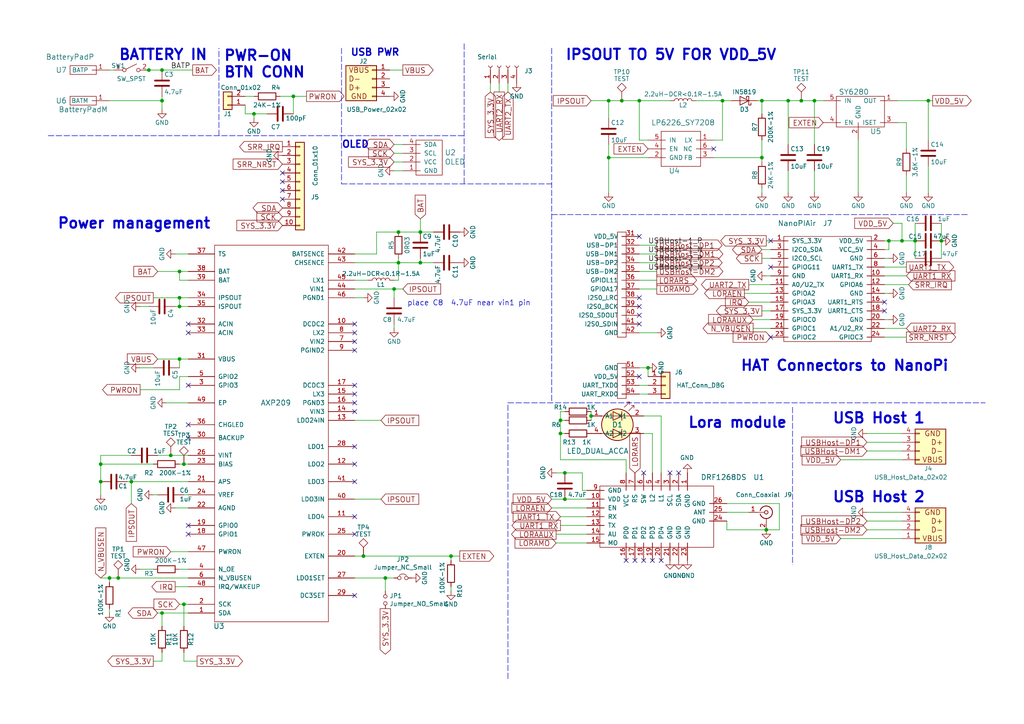
<source format=kicad_sch>
(kicad_sch (version 20211123) (generator eeschema)
  (paper "A4")
  (title_block (title "WiRoc NanoPI Hat") (date "2018-03-31") (rev "1") (company "Henrik Larsson"))
  (junction (at 163.83 137.16))
  (junction (at 85.09 27.94))
  (junction (at 180.34 29.21))
  (junction (at 111.76 167.64))
  (junction (at 162.56 121.92))
  (junction (at 52.07 86.36))
  (junction (at 209.55 29.21))
  (junction (at 46.99 177.8))
  (junction (at 52.07 78.74))
  (junction (at 176.53 29.21))
  (junction (at 222.25 153.67))
  (junction (at 29.21 134.62))
  (junction (at 52.07 104.14))
  (junction (at 269.24 29.21))
  (junction (at 105.41 161.29))
  (junction (at 228.6 29.21))
  (junction (at 38.1 139.7))
  (junction (at 115.57 67.31))
  (junction (at 46.99 29.21))
  (junction (at 220.98 29.21))
  (junction (at 73.66 33.02))
  (junction (at 185.42 29.21))
  (junction (at 121.92 67.31))
  (junction (at 53.34 175.26))
  (junction (at 236.22 29.21))
  (junction (at 187.96 106.68))
  (junction (at 31.75 167.64))
  (junction (at 46.99 20.32))
  (junction (at 220.98 45.72))
  (junction (at 232.41 29.21))
  (junction (at 273.05 69.85))
  (junction (at 162.56 125.73))
  (junction (at 34.29 167.64))
  (junction (at 121.92 76.2))
  (junction (at 29.21 139.7))
  (junction (at 163.83 144.78))
  (junction (at 52.07 88.9))
  (junction (at 43.18 20.32))
  (junction (at 171.45 120.65))
  (junction (at 261.62 69.85))
  (junction (at 49.53 132.08))
  (junction (at 114.3 83.82))
  (junction (at 130.81 161.29))
  (junction (at 115.57 76.2))
  (junction (at 176.53 45.72))
  (junction (at 53.34 134.62))
  (junction (at 257.81 69.85))
  (junction (at 265.43 69.85))
  (no_connect (at 102.87 116.84))
  (no_connect (at 102.87 119.38))
  (no_connect (at 256.54 90.17))
  (no_connect (at 54.61 154.94))
  (no_connect (at 102.87 114.3))
  (no_connect (at 186.69 162.56))
  (no_connect (at 102.87 172.72))
  (no_connect (at 54.61 127))
  (no_connect (at 191.77 162.56))
  (no_connect (at 181.61 162.56))
  (no_connect (at 81.915 57.785))
  (no_connect (at 81.915 55.245))
  (no_connect (at 102.87 134.62))
  (no_connect (at 54.61 123.19))
  (no_connect (at 54.61 96.52))
  (no_connect (at 223.52 69.85))
  (no_connect (at 81.915 52.705))
  (no_connect (at 81.915 50.165))
  (no_connect (at 54.61 152.4))
  (no_connect (at 102.87 93.98))
  (no_connect (at 102.87 111.76))
  (no_connect (at 185.42 88.9))
  (no_connect (at 54.61 111.76))
  (no_connect (at 196.85 137.16))
  (no_connect (at 223.52 97.79))
  (no_connect (at 54.61 93.98))
  (no_connect (at 102.87 149.86))
  (no_connect (at 102.87 101.6))
  (no_connect (at 102.87 96.52))
  (no_connect (at 185.42 86.36))
  (no_connect (at 102.87 99.06))
  (no_connect (at 207.01 43.18))
  (no_connect (at 185.42 93.98))
  (no_connect (at 186.69 137.16))
  (no_connect (at 185.42 109.22))
  (no_connect (at 184.15 162.56))
  (no_connect (at 185.42 68.58))
  (no_connect (at 189.23 162.56))
  (no_connect (at 256.54 87.63))
  (no_connect (at 102.87 129.54))
  (no_connect (at 102.87 154.94))
  (no_connect (at 102.87 139.7))
  (no_connect (at 185.42 91.44))
  (no_connect (at 223.52 77.47))
  (no_connect (at 194.31 137.16))
  (wire (pts (xy 185.42 83.82) (xy 190.5 83.82)))
  (wire (pts (xy 168.91 137.16) (xy 163.83 137.16)))
  (wire (pts (xy 29.21 139.7) (xy 29.21 143.51)))
  (wire (pts (xy 52.07 175.26) (xy 53.34 175.26)))
  (wire (pts (xy 228.6 49.53) (xy 228.6 55.88)))
  (wire (pts (xy 115.57 67.31) (xy 121.92 67.31)))
  (wire (pts (xy 191.77 120.65) (xy 186.69 120.65)))
  (wire (pts (xy 36.83 139.7) (xy 38.1 139.7)))
  (wire (pts (xy 115.57 76.2) (xy 115.57 81.28)))
  (wire (pts (xy 185.42 40.64) (xy 185.42 29.21)))
  (wire (pts (xy 53.34 191.77) (xy 57.15 191.77)))
  (polyline (pts (xy 147.32 196.85) (xy 147.32 116.84)))
  (wire (pts (xy 210.82 153.67) (xy 210.82 151.13)))
  (wire (pts (xy 102.87 167.64) (xy 111.76 167.64)))
  (wire (pts (xy 54.61 81.28) (xy 52.07 81.28)))
  (wire (pts (xy 269.24 40.64) (xy 269.24 29.21)))
  (wire (pts (xy 201.93 29.21) (xy 209.55 29.21)))
  (wire (pts (xy 46.99 181.61) (xy 46.99 177.8)))
  (wire (pts (xy 220.98 29.21) (xy 228.6 29.21)))
  (wire (pts (xy 41.91 20.32) (xy 43.18 20.32)))
  (wire (pts (xy 121.92 76.2) (xy 121.92 74.93)))
  (wire (pts (xy 257.81 69.85) (xy 261.62 69.85)))
  (wire (pts (xy 50.8 147.32) (xy 54.61 147.32)))
  (wire (pts (xy 121.92 76.2) (xy 125.73 76.2)))
  (wire (pts (xy 223.52 74.93) (xy 220.98 74.93)))
  (wire (pts (xy 265.43 74.93) (xy 265.43 69.85)))
  (wire (pts (xy 171.45 119.38) (xy 171.45 120.65)))
  (wire (pts (xy 256.54 92.71) (xy 257.81 92.71)))
  (wire (pts (xy 46.99 27.94) (xy 46.99 29.21)))
  (wire (pts (xy 187.96 45.72) (xy 176.53 45.72)))
  (wire (pts (xy 256.54 77.47) (xy 262.89 77.47)))
  (wire (pts (xy 54.61 170.18) (xy 50.8 170.18)))
  (wire (pts (xy 162.56 149.86) (xy 170.18 149.86)))
  (wire (pts (xy 130.81 161.29) (xy 133.35 161.29)))
  (wire (pts (xy 220.98 72.39) (xy 223.52 72.39)))
  (polyline (pts (xy 147.32 116.84) (xy 285.75 116.84)))
  (wire (pts (xy 38.1 132.08) (xy 29.21 132.08)))
  (wire (pts (xy 259.08 64.77) (xy 261.62 64.77)))
  (wire (pts (xy 54.61 143.51) (xy 53.34 143.51)))
  (wire (pts (xy 114.3 46.99) (xy 116.84 46.99)))
  (wire (pts (xy 105.41 86.36) (xy 102.87 86.36)))
  (wire (pts (xy 176.53 29.21) (xy 180.34 29.21)))
  (wire (pts (xy 251.46 153.67) (xy 261.62 153.67)))
  (wire (pts (xy 223.52 87.63) (xy 217.17 87.63)))
  (wire (pts (xy 261.62 133.35) (xy 243.84 133.35)))
  (wire (pts (xy 54.61 132.08) (xy 49.53 132.08)))
  (wire (pts (xy 185.42 114.3) (xy 187.96 114.3)))
  (polyline (pts (xy 63.5 39.37) (xy 63.5 13.97)))
  (wire (pts (xy 256.54 69.85) (xy 257.81 69.85)))
  (wire (pts (xy 54.61 160.02) (xy 49.53 160.02)))
  (wire (pts (xy 248.92 40.64) (xy 248.92 55.88)))
  (wire (pts (xy 170.18 157.48) (xy 161.29 157.48)))
  (polyline (pts (xy 160.02 13.97) (xy 160.02 116.84)))
  (wire (pts (xy 130.81 170.18) (xy 130.81 171.45)))
  (wire (pts (xy 257.81 85.09) (xy 256.54 85.09)))
  (wire (pts (xy 162.56 125.73) (xy 162.56 133.35)))
  (wire (pts (xy 114.3 41.91) (xy 116.84 41.91)))
  (polyline (pts (xy 160.02 62.23) (xy 280.67 62.23)))
  (wire (pts (xy 38.1 146.05) (xy 38.1 139.7)))
  (polyline (pts (xy 229.87 118.11) (xy 229.87 163.83)))
  (wire (pts (xy 52.07 81.28) (xy 52.07 78.74)))
  (wire (pts (xy 163.83 125.73) (xy 162.56 125.73)))
  (wire (pts (xy 170.18 142.24) (xy 168.91 142.24)))
  (wire (pts (xy 220.98 45.72) (xy 220.98 46.99)))
  (wire (pts (xy 190.5 73.66) (xy 185.42 73.66)))
  (wire (pts (xy 262.89 50.8) (xy 262.89 55.88)))
  (wire (pts (xy 54.61 165.1) (xy 52.07 165.1)))
  (wire (pts (xy 190.5 78.74) (xy 185.42 78.74)))
  (wire (pts (xy 111.76 167.64) (xy 114.3 167.64)))
  (wire (pts (xy 228.6 29.21) (xy 228.6 41.91)))
  (wire (pts (xy 256.54 72.39) (xy 257.81 72.39)))
  (wire (pts (xy 176.53 45.72) (xy 176.53 55.88)))
  (wire (pts (xy 115.57 81.28) (xy 114.3 81.28)))
  (wire (pts (xy 189.23 137.16) (xy 189.23 125.73)))
  (wire (pts (xy 73.66 33.02) (xy 73.66 34.29)))
  (wire (pts (xy 273.05 64.77) (xy 273.05 69.85)))
  (wire (pts (xy 219.71 29.21) (xy 220.98 29.21)))
  (wire (pts (xy 130.81 162.56) (xy 130.81 161.29)))
  (wire (pts (xy 215.9 85.09) (xy 223.52 85.09)))
  (wire (pts (xy 257.81 72.39) (xy 257.81 69.85)))
  (wire (pts (xy 191.77 137.16) (xy 191.77 120.65)))
  (wire (pts (xy 181.61 133.35) (xy 181.61 137.16)))
  (wire (pts (xy 273.05 74.93) (xy 273.05 69.85)))
  (wire (pts (xy 185.42 81.28) (xy 190.5 81.28)))
  (polyline (pts (xy 13.97 39.37) (xy 134.62 39.37)))
  (polyline (pts (xy 99.06 13.97) (xy 99.06 53.34)))
  (wire (pts (xy 121.92 67.31) (xy 125.73 67.31)))
  (wire (pts (xy 232.41 29.21) (xy 236.22 29.21)))
  (wire (pts (xy 269.24 29.21) (xy 270.51 29.21)))
  (wire (pts (xy 40.64 165.1) (xy 44.45 165.1)))
  (wire (pts (xy 102.87 161.29) (xy 105.41 161.29)))
  (wire (pts (xy 109.22 67.31) (xy 115.57 67.31)))
  (wire (pts (xy 222.25 153.67) (xy 226.06 153.67)))
  (wire (pts (xy 44.45 143.51) (xy 45.72 143.51)))
  (wire (pts (xy 52.07 104.14) (xy 54.61 104.14)))
  (wire (pts (xy 53.34 189.23) (xy 53.34 191.77)))
  (wire (pts (xy 160.02 144.78) (xy 163.83 144.78)))
  (wire (pts (xy 46.99 29.21) (xy 46.99 31.75)))
  (wire (pts (xy 236.22 29.21) (xy 236.22 41.91)))
  (wire (pts (xy 46.99 177.8) (xy 45.72 177.8)))
  (wire (pts (xy 52.07 78.74) (xy 54.61 78.74)))
  (polyline (pts (xy 99.06 53.34) (xy 160.02 53.34)))
  (wire (pts (xy 31.75 168.91) (xy 31.75 167.64)))
  (wire (pts (xy 40.64 88.9) (xy 43.18 88.9)))
  (wire (pts (xy 73.66 33.02) (xy 77.47 33.02)))
  (wire (pts (xy 40.64 113.03) (xy 52.07 113.03)))
  (wire (pts (xy 226.06 146.05) (xy 226.06 153.67)))
  (wire (pts (xy 102.87 73.66) (xy 109.22 73.66)))
  (wire (pts (xy 38.1 139.7) (xy 54.61 139.7)))
  (wire (pts (xy 220.98 40.64) (xy 220.98 45.72)))
  (wire (pts (xy 102.87 76.2) (xy 115.57 76.2)))
  (wire (pts (xy 163.83 144.78) (xy 170.18 144.78)))
  (wire (pts (xy 49.53 132.08) (xy 45.72 132.08)))
  (wire (pts (xy 185.42 76.2) (xy 190.5 76.2)))
  (wire (pts (xy 52.07 86.36) (xy 54.61 86.36)))
  (wire (pts (xy 207.01 40.64) (xy 209.55 40.64)))
  (wire (pts (xy 162.56 133.35) (xy 181.61 133.35)))
  (wire (pts (xy 210.82 153.67) (xy 222.25 153.67)))
  (wire (pts (xy 217.17 82.55) (xy 223.52 82.55)))
  (wire (pts (xy 261.62 64.77) (xy 261.62 69.85)))
  (wire (pts (xy 31.75 29.21) (xy 46.99 29.21)))
  (wire (pts (xy 256.54 74.93) (xy 257.81 74.93)))
  (wire (pts (xy 144.78 24.13) (xy 144.78 26.67)))
  (wire (pts (xy 114.3 44.45) (xy 116.84 44.45)))
  (wire (pts (xy 31.75 20.32) (xy 33.02 20.32)))
  (wire (pts (xy 29.21 167.64) (xy 31.75 167.64)))
  (wire (pts (xy 45.72 78.74) (xy 52.07 78.74)))
  (wire (pts (xy 44.45 134.62) (xy 29.21 134.62)))
  (wire (pts (xy 262.89 35.56) (xy 260.35 35.56)))
  (wire (pts (xy 269.24 55.88) (xy 269.24 48.26)))
  (polyline (pts (xy 134.62 12.7) (xy 134.62 53.34)))
  (wire (pts (xy 52.07 88.9) (xy 52.07 86.36)))
  (wire (pts (xy 53.34 175.26) (xy 53.34 181.61)))
  (wire (pts (xy 71.12 27.94) (xy 73.66 27.94)))
  (wire (pts (xy 210.82 146.05) (xy 226.06 146.05)))
  (wire (pts (xy 262.89 95.25) (xy 256.54 95.25)))
  (wire (pts (xy 147.32 24.13) (xy 147.32 26.67)))
  (wire (pts (xy 265.43 64.77) (xy 265.43 69.85)))
  (wire (pts (xy 260.35 29.21) (xy 269.24 29.21)))
  (wire (pts (xy 256.54 82.55) (xy 263.525 82.55)))
  (wire (pts (xy 176.53 41.91) (xy 176.53 45.72)))
  (wire (pts (xy 102.87 121.92) (xy 110.49 121.92)))
  (wire (pts (xy 34.29 167.64) (xy 54.61 167.64)))
  (wire (pts (xy 180.34 29.21) (xy 185.42 29.21)))
  (wire (pts (xy 218.44 95.25) (xy 223.52 95.25)))
  (wire (pts (xy 52.07 113.03) (xy 52.07 109.22)))
  (wire (pts (xy 111.76 171.45) (xy 111.76 167.64)))
  (wire (pts (xy 162.56 152.4) (xy 170.18 152.4)))
  (wire (pts (xy 52.07 109.22) (xy 54.61 109.22)))
  (wire (pts (xy 163.83 121.92) (xy 162.56 121.92)))
  (wire (pts (xy 46.99 191.77) (xy 44.45 191.77)))
  (wire (pts (xy 210.82 148.59) (xy 217.17 148.59)))
  (wire (pts (xy 29.21 132.08) (xy 29.21 134.62)))
  (wire (pts (xy 162.56 119.38) (xy 162.56 121.92)))
  (wire (pts (xy 209.55 29.21) (xy 212.09 29.21)))
  (wire (pts (xy 185.42 29.21) (xy 194.31 29.21)))
  (wire (pts (xy 256.54 97.79) (xy 262.89 97.79)))
  (wire (pts (xy 102.87 81.28) (xy 106.68 81.28)))
  (wire (pts (xy 114.3 86.36) (xy 114.3 83.82)))
  (wire (pts (xy 114.3 83.82) (xy 116.84 83.82)))
  (wire (pts (xy 251.46 125.73) (xy 261.62 125.73)))
  (wire (pts (xy 85.09 33.02) (xy 85.09 27.94)))
  (wire (pts (xy 223.52 69.85) (xy 222.25 69.85)))
  (wire (pts (xy 261.62 128.27) (xy 251.46 128.27)))
  (wire (pts (xy 45.72 104.14) (xy 52.07 104.14)))
  (wire (pts (xy 102.87 83.82) (xy 114.3 83.82)))
  (wire (pts (xy 142.24 24.13) (xy 142.24 26.67)))
  (wire (pts (xy 71.12 33.02) (xy 71.12 30.48)))
  (wire (pts (xy 236.22 55.88) (xy 236.22 49.53)))
  (wire (pts (xy 50.8 88.9) (xy 52.07 88.9)))
  (wire (pts (xy 187.96 109.22) (xy 187.96 106.68)))
  (wire (pts (xy 161.29 137.16) (xy 163.83 137.16)))
  (wire (pts (xy 207.01 45.72) (xy 220.98 45.72)))
  (wire (pts (xy 223.52 80.01) (xy 222.25 80.01)))
  (wire (pts (xy 40.64 106.68) (xy 44.45 106.68)))
  (wire (pts (xy 220.98 33.02) (xy 220.98 29.21)))
  (wire (pts (xy 54.61 116.84) (xy 48.26 116.84)))
  (wire (pts (xy 53.34 175.26) (xy 54.61 175.26)))
  (wire (pts (xy 114.3 49.53) (xy 116.84 49.53)))
  (wire (pts (xy 236.22 29.21) (xy 238.76 29.21)))
  (wire (pts (xy 53.34 134.62) (xy 54.61 134.62)))
  (wire (pts (xy 171.45 121.92) (xy 171.45 120.65)))
  (wire (pts (xy 170.18 154.94) (xy 161.29 154.94)))
  (wire (pts (xy 115.57 76.2) (xy 121.92 76.2)))
  (wire (pts (xy 102.87 144.78) (xy 110.49 144.78)))
  (wire (pts (xy 256.54 80.01) (xy 262.89 80.01)))
  (wire (pts (xy 220.98 90.17) (xy 223.52 90.17)))
  (wire (pts (xy 115.57 74.93) (xy 115.57 76.2)))
  (wire (pts (xy 85.09 27.94) (xy 88.9 27.94)))
  (wire (pts (xy 52.07 134.62) (xy 53.34 134.62)))
  (wire (pts (xy 209.55 40.64) (xy 209.55 29.21)))
  (wire (pts (xy 163.83 119.38) (xy 162.56 119.38)))
  (wire (pts (xy 46.99 189.23) (xy 46.99 191.77)))
  (wire (pts (xy 185.42 111.76) (xy 187.96 111.76)))
  (wire (pts (xy 52.07 88.9) (xy 54.61 88.9)))
  (wire (pts (xy 44.45 86.36) (xy 52.07 86.36)))
  (wire (pts (xy 262.89 43.18) (xy 262.89 35.56)))
  (wire (pts (xy 251.46 148.59) (xy 261.62 148.59)))
  (wire (pts (xy 261.62 69.85) (xy 265.43 69.85)))
  (wire (pts (xy 31.75 167.64) (xy 34.29 167.64)))
  (wire (pts (xy 261.62 151.13) (xy 251.46 151.13)))
  (wire (pts (xy 171.45 29.21) (xy 176.53 29.21)))
  (wire (pts (xy 220.98 54.61) (xy 220.98 55.88)))
  (wire (pts (xy 121.92 67.31) (xy 121.92 63.5)))
  (wire (pts (xy 168.91 142.24) (xy 168.91 137.16)))
  (wire (pts (xy 71.12 33.02) (xy 73.66 33.02)))
  (wire (pts (xy 187.96 40.64) (xy 185.42 40.64)))
  (wire (pts (xy 189.23 125.73) (xy 186.69 125.73)))
  (wire (pts (xy 162.56 121.92) (xy 162.56 125.73)))
  (wire (pts (xy 261.62 156.21) (xy 243.84 156.21)))
  (wire (pts (xy 43.18 20.32) (xy 46.99 20.32)))
  (wire (pts (xy 160.02 147.32) (xy 170.18 147.32)))
  (wire (pts (xy 228.6 29.21) (xy 232.41 29.21)))
  (wire (pts (xy 52.07 106.68) (xy 52.07 104.14)))
  (wire (pts (xy 251.46 130.81) (xy 261.62 130.81)))
  (wire (pts (xy 81.28 27.94) (xy 85.09 27.94)))
  (wire (pts (xy 54.61 73.66) (xy 50.8 73.66)))
  (wire (pts (xy 105.41 161.29) (xy 130.81 161.29)))
  (wire (pts (xy 176.53 34.29) (xy 176.53 29.21)))
  (wire (pts (xy 113.03 20.32) (xy 116.84 20.32)))
  (wire (pts (xy 46.99 20.32) (xy 55.88 20.32)))
  (wire (pts (xy 29.21 134.62) (xy 29.21 139.7)))
  (wire (pts (xy 31.75 177.8) (xy 31.75 176.53)))
  (wire (pts (xy 114.3 95.25) (xy 114.3 93.98)))
  (wire (pts (xy 109.22 73.66) (xy 109.22 67.31)))
  (wire (pts (xy 187.96 106.68) (xy 185.42 106.68)))
  (wire (pts (xy 185.42 96.52) (xy 190.5 96.52)))
  (wire (pts (xy 54.61 177.8) (xy 46.99 177.8)))
  (wire (pts (xy 218.44 92.71) (xy 223.52 92.71)))
  (wire (pts (xy 185.42 71.12) (xy 190.5 71.12)))
  (text "place C8  4.7uF near vin1 pin" (at 118.11 88.9 0) (effects (font (size 1.524 1.524)) (justify left bottom)))
  (text "USB PWR" (at 101.6 16.51 0) (effects (font (size 2.0066 2.0066) (thickness 0.4013) bold) (justify left bottom)))
  (text "USB Host 2" (at 241.3 146.05 0) (effects (font (size 2.9972 2.9972) (thickness 0.5994) bold) (justify left bottom)))
  (text "Lora module" (at 199.39 124.46 0) (effects (font (size 2.9972 2.9972) (thickness 0.5994) bold) (justify left bottom)))
  (text "HAT Connectors to NanoPi" (at 214.63 107.95 0) (effects (font (size 2.9972 2.9972) (thickness 0.5994) bold) (justify left bottom)))
  (text "IPSOUT TO 5V FOR VDD_5V" (at 163.83 17.78 0) (effects (font (size 2.9972 2.9972) (thickness 0.5994) bold) (justify left bottom)))
  (text "PWR-ON\nBTN CONN" (at 64.77 22.86 0) (effects (font (size 2.9972 2.9972) (thickness 0.5994) bold) (justify left bottom)))
  (text "Power management" (at 16.51 66.675 0) (effects (font (size 2.9972 2.9972) (thickness 0.5994) bold) (justify left bottom)))
  (text "OLED" (at 99.06 43.18 0) (effects (font (size 2.0066 2.0066) (thickness 0.4013) bold) (justify left bottom)))
  (text "USB Host 1" (at 241.3 123.19 0) (effects (font (size 2.9972 2.9972) (thickness 0.5994) bold) (justify left bottom)))
  (text "BATTERY IN" (at 34.29 17.78 0) (effects (font (size 2.9972 2.9972) (thickness 0.5994) bold) (justify left bottom)))
  (label "BATP" (at 49.53 20.32 0) (effects (font (size 1.524 1.524))))
  (label "USBHost-1_P" (at 187.96 71.12 0) (effects (font (size 1.524 1.524))))
  (label "USBHost-1_N" (at 187.96 73.66 0) (effects (font (size 1.524 1.524))))
  (label "USBHost-2_P" (at 187.96 76.2 0) (effects (font (size 1.524 1.524))))
  (label "USBHost-2_N" (at 187.96 78.74 0) (effects (font (size 1.524 1.524))))
  (global_label "IPSOUT" (shape input) (at 116.84 83.82 0) (effects (font (size 1.524 1.524))) (property "Intersheet References" "${INTERSHEET_REFS}" (effects hide)))
  (global_label "SYS_3.3V" (shape output) (at 220.98 90.17 180) (effects (font (size 1.524 1.524))) (property "Intersheet References" "${INTERSHEET_REFS}" (effects hide)))
  (global_label "VDD_5V" (shape input) (at 160.02 144.78 180) (effects (font (size 1.524 1.524))) (property "Intersheet References" "${INTERSHEET_REFS}" (effects hide)))
  (global_label "SRR_NRST" (shape input) (at 81.915 47.625 180) (effects (font (size 1.524 1.524))) (property "Intersheet References" "${INTERSHEET_REFS}" (effects hide)))
  (global_label "UART2_RX" (shape output) (at 144.78 26.67 270) (effects (font (size 1.524 1.524))) (property "Intersheet References" "${INTERSHEET_REFS}" (effects hide)))
  (global_label "PWRON" (shape input) (at 49.53 160.02 180) (effects (font (size 1.524 1.524))) (property "Intersheet References" "${INTERSHEET_REFS}" (effects hide)))
  (global_label "LORARS" (shape input) (at 184.15 137.16 90) (effects (font (size 1.524 1.524))) (property "Intersheet References" "${INTERSHEET_REFS}" (effects hide)))
  (global_label "USBHost-DP2" (shape input) (at 251.46 151.13 180) (effects (font (size 1.524 1.524))) (property "Intersheet References" "${INTERSHEET_REFS}" (effects hide)))
  (global_label "IPSOUT" (shape input) (at 38.1 146.05 270) (effects (font (size 1.524 1.524))) (property "Intersheet References" "${INTERSHEET_REFS}" (effects hide)))
  (global_label "VDD_5V" (shape input) (at 243.84 133.35 180) (effects (font (size 1.524 1.524))) (property "Intersheet References" "${INTERSHEET_REFS}" (effects hide)))
  (global_label "EXTEN" (shape input) (at 187.96 43.18 180) (effects (font (size 1.524 1.524))) (property "Intersheet References" "${INTERSHEET_REFS}" (effects hide)))
  (global_label "LORAEN" (shape input) (at 160.02 147.32 180) (effects (font (size 1.524 1.524))) (property "Intersheet References" "${INTERSHEET_REFS}" (effects hide)))
  (global_label "SCK" (shape input) (at 52.07 175.26 180) (effects (font (size 1.524 1.524))) (property "Intersheet References" "${INTERSHEET_REFS}" (effects hide)))
  (global_label "SRR_IRQ" (shape input) (at 263.525 82.55 0) (effects (font (size 1.524 1.524))) (property "Intersheet References" "${INTERSHEET_REFS}" (effects hide)))
  (global_label "IPSOUT" (shape input) (at 171.45 29.21 180) (effects (font (size 1.524 1.524))) (property "Intersheet References" "${INTERSHEET_REFS}" (effects hide)))
  (global_label "LORAMO" (shape input) (at 161.29 157.48 180) (effects (font (size 1.524 1.524))) (property "Intersheet References" "${INTERSHEET_REFS}" (effects hide)))
  (global_label "VDD_5V" (shape output) (at 270.51 29.21 0) (effects (font (size 1.524 1.524))) (property "Intersheet References" "${INTERSHEET_REFS}" (effects hide)))
  (global_label "LORARS" (shape output) (at 190.5 81.28 0) (effects (font (size 1.524 1.524))) (property "Intersheet References" "${INTERSHEET_REFS}" (effects hide)))
  (global_label "SDA" (shape bidirectional) (at 114.3 41.91 180) (effects (font (size 1.524 1.524))) (property "Intersheet References" "${INTERSHEET_REFS}" (effects hide)))
  (global_label "SYS_3.3V" (shape input) (at 81.915 65.405 180) (effects (font (size 1.524 1.524))) (property "Intersheet References" "${INTERSHEET_REFS}" (effects hide)))
  (global_label "SYS_3.3V" (shape output) (at 44.45 191.77 180) (effects (font (size 1.524 1.524))) (property "Intersheet References" "${INTERSHEET_REFS}" (effects hide)))
  (global_label "USBHost-DM1" (shape output) (at 190.5 73.66 0) (effects (font (size 1.524 1.524))) (property "Intersheet References" "${INTERSHEET_REFS}" (effects hide)))
  (global_label "IRQ" (shape output) (at 50.8 170.18 180) (effects (font (size 1.524 1.524))) (property "Intersheet References" "${INTERSHEET_REFS}" (effects hide)))
  (global_label "BAT" (shape input) (at 121.92 63.5 90) (effects (font (size 1.524 1.524))) (property "Intersheet References" "${INTERSHEET_REFS}" (effects hide)))
  (global_label "IPSOUT" (shape input) (at 110.49 121.92 0) (effects (font (size 1.524 1.524))) (property "Intersheet References" "${INTERSHEET_REFS}" (effects hide)))
  (global_label "SYS_3.3V" (shape output) (at 57.15 191.77 0) (effects (font (size 1.524 1.524))) (property "Intersheet References" "${INTERSHEET_REFS}" (effects hide)))
  (global_label "USBHost-DP1" (shape input) (at 251.46 128.27 180) (effects (font (size 1.524 1.524))) (property "Intersheet References" "${INTERSHEET_REFS}" (effects hide)))
  (global_label "LORAEN" (shape output) (at 215.9 85.09 180) (effects (font (size 1.524 1.524))) (property "Intersheet References" "${INTERSHEET_REFS}" (effects hide)))
  (global_label "PWRON" (shape input) (at 223.52 97.79 180) (effects (font (size 1.524 1.524))) (property "Intersheet References" "${INTERSHEET_REFS}" (effects hide)))
  (global_label "USBHost-DM2" (shape output) (at 190.5 78.74 0) (effects (font (size 1.524 1.524))) (property "Intersheet References" "${INTERSHEET_REFS}" (effects hide)))
  (global_label "USBHost-DM2" (shape input) (at 251.46 153.67 180) (effects (font (size 1.524 1.524))) (property "Intersheet References" "${INTERSHEET_REFS}" (effects hide)))
  (global_label "N_VBUSEN" (shape output) (at 218.44 95.25 180) (effects (font (size 1.524 1.524))) (property "Intersheet References" "${INTERSHEET_REFS}" (effects hide)))
  (global_label "SYS_3.3V" (shape input) (at 114.3 46.99 180) (effects (font (size 1.524 1.524))) (property "Intersheet References" "${INTERSHEET_REFS}" (effects hide)))
  (global_label "VDD_5V" (shape input) (at 243.84 156.21 180) (effects (font (size 1.524 1.524))) (property "Intersheet References" "${INTERSHEET_REFS}" (effects hide)))
  (global_label "SYS_3.3V" (shape output) (at 111.76 176.53 270) (effects (font (size 1.524 1.524))) (property "Intersheet References" "${INTERSHEET_REFS}" (effects hide)))
  (global_label "UART2_RX" (shape input) (at 262.89 95.25 0) (effects (font (size 1.524 1.524))) (property "Intersheet References" "${INTERSHEET_REFS}" (effects hide)))
  (global_label "BAT" (shape output) (at 55.88 20.32 0) (effects (font (size 1.524 1.524))) (property "Intersheet References" "${INTERSHEET_REFS}" (effects hide)))
  (global_label "UART2_TX" (shape output) (at 217.17 82.55 180) (effects (font (size 1.524 1.524))) (property "Intersheet References" "${INTERSHEET_REFS}" (effects hide)))
  (global_label "PWRON" (shape output) (at 40.64 113.03 180) (effects (font (size 1.524 1.524))) (property "Intersheet References" "${INTERSHEET_REFS}" (effects hide)))
  (global_label "UART2_TX" (shape input) (at 147.32 26.67 270) (effects (font (size 1.524 1.524))) (property "Intersheet References" "${INTERSHEET_REFS}" (effects hide)))
  (global_label "LORAAUX" (shape input) (at 218.44 92.71 180) (effects (font (size 1.524 1.524))) (property "Intersheet References" "${INTERSHEET_REFS}" (effects hide)))
  (global_label "VBUS" (shape output) (at 116.84 20.32 0) (effects (font (size 1.524 1.524))) (property "Intersheet References" "${INTERSHEET_REFS}" (effects hide)))
  (global_label "IPSOUT" (shape output) (at 44.45 86.36 180) (effects (font (size 1.524 1.524))) (property "Intersheet References" "${INTERSHEET_REFS}" (effects hide)))
  (global_label "SCK" (shape input) (at 114.3 44.45 180) (effects (font (size 1.524 1.524))) (property "Intersheet References" "${INTERSHEET_REFS}" (effects hide)))
  (global_label "LORAMO" (shape output) (at 190.5 83.82 0) (effects (font (size 1.524 1.524))) (property "Intersheet References" "${INTERSHEET_REFS}" (effects hide)))
  (global_label "SYS_3.3V" (shape input) (at 142.24 26.67 270) (effects (font (size 1.524 1.524))) (property "Intersheet References" "${INTERSHEET_REFS}" (effects hide)))
  (global_label "PWRON" (shape output) (at 88.9 27.94 0) (effects (font (size 1.524 1.524))) (property "Intersheet References" "${INTERSHEET_REFS}" (effects hide)))
  (global_label "SRR_NRST" (shape output) (at 262.89 97.79 0) (effects (font (size 1.524 1.524))) (property "Intersheet References" "${INTERSHEET_REFS}" (effects hide)))
  (global_label "IRQ" (shape input) (at 217.17 87.63 180) (effects (font (size 1.524 1.524))) (property "Intersheet References" "${INTERSHEET_REFS}" (effects hide)))
  (global_label "UART1_RX" (shape output) (at 162.56 152.4 180) (effects (font (size 1.524 1.524))) (property "Intersheet References" "${INTERSHEET_REFS}" (effects hide)))
  (global_label "UART1_TX" (shape input) (at 162.56 149.86 180) (effects (font (size 1.524 1.524))) (property "Intersheet References" "${INTERSHEET_REFS}" (effects hide)))
  (global_label "VDD_5V" (shape input) (at 259.08 64.77 180) (effects (font (size 1.524 1.524))) (property "Intersheet References" "${INTERSHEET_REFS}" (effects hide)))
  (global_label "USBHost-DP2" (shape output) (at 190.5 76.2 0) (effects (font (size 1.524 1.524))) (property "Intersheet References" "${INTERSHEET_REFS}" (effects hide)))
  (global_label "LORAAUX" (shape output) (at 161.29 154.94 180) (effects (font (size 1.524 1.524))) (property "Intersheet References" "${INTERSHEET_REFS}" (effects hide)))
  (global_label "SCK" (shape output) (at 220.98 74.93 180) (effects (font (size 1.524 1.524))) (property "Intersheet References" "${INTERSHEET_REFS}" (effects hide)))
  (global_label "UART1_TX" (shape output) (at 262.89 77.47 0) (effects (font (size 1.524 1.524))) (property "Intersheet References" "${INTERSHEET_REFS}" (effects hide)))
  (global_label "SDA" (shape bidirectional) (at 45.72 177.8 180) (effects (font (size 1.524 1.524))) (property "Intersheet References" "${INTERSHEET_REFS}" (effects hide)))
  (global_label "EXTEN" (shape output) (at 133.35 161.29 0) (effects (font (size 1.524 1.524))) (property "Intersheet References" "${INTERSHEET_REFS}" (effects hide)))
  (global_label "SRR_IRQ" (shape output) (at 81.915 42.545 180) (effects (font (size 1.524 1.524))) (property "Intersheet References" "${INTERSHEET_REFS}" (effects hide)))
  (global_label "VBUS" (shape input) (at 45.72 104.14 180) (effects (font (size 1.524 1.524))) (property "Intersheet References" "${INTERSHEET_REFS}" (effects hide)))
  (global_label "SCK" (shape input) (at 81.915 62.865 180) (effects (font (size 1.524 1.524))) (property "Intersheet References" "${INTERSHEET_REFS}" (effects hide)))
  (global_label "UART1_RX" (shape input) (at 262.89 80.01 0) (effects (font (size 1.524 1.524))) (property "Intersheet References" "${INTERSHEET_REFS}" (effects hide)))
  (global_label "USBHost-DP1" (shape output) (at 190.5 71.12 0) (effects (font (size 1.524 1.524))) (property "Intersheet References" "${INTERSHEET_REFS}" (effects hide)))
  (global_label "IPSOUT" (shape input) (at 110.49 144.78 0) (effects (font (size 1.524 1.524))) (property "Intersheet References" "${INTERSHEET_REFS}" (effects hide)))
  (global_label "BAT" (shape input) (at 45.72 78.74 180) (effects (font (size 1.524 1.524))) (property "Intersheet References" "${INTERSHEET_REFS}" (effects hide)))
  (global_label "USBHost-DM1" (shape input) (at 251.46 130.81 180) (effects (font (size 1.524 1.524))) (property "Intersheet References" "${INTERSHEET_REFS}" (effects hide)))
  (global_label "EXTEN" (shape input) (at 238.76 35.56 180) (effects (font (size 1.524 1.524))) (property "Intersheet References" "${INTERSHEET_REFS}" (effects hide)))
  (global_label "SDA" (shape bidirectional) (at 81.915 60.325 180) (effects (font (size 1.524 1.524))) (property "Intersheet References" "${INTERSHEET_REFS}" (effects hide)))
  (global_label "SDA" (shape bidirectional) (at 220.98 72.39 180) (effects (font (size 1.524 1.524))) (property "Intersheet References" "${INTERSHEET_REFS}" (effects hide)))
  (global_label "N_VBUSEN" (shape input) (at 29.21 167.64 90) (effects (font (size 1.524 1.524))) (property "Intersheet References" "${INTERSHEET_REFS}" (effects hide)))
  (global_label "SYS_3.3V" (shape output) (at 222.25 69.85 180) (effects (font (size 1.524 1.524))) (property "Intersheet References" "${INTERSHEET_REFS}" (effects hide)))
  (symbol (lib_id "WiRoc:axp209") (at 80.01 121.92 0) (unit 1)
    (property "Reference" "U3" (at 63.5 181.61 0) (effects (font (size 1.524 1.524))))
    (property "Value" "AXP209" (at 80.01 116.84 0) (effects (font (size 1.524 1.524))))
    (property "Footprint" "WiRoc:qfn48_6x6mm_Pitch0.4mm" (effects hide))
    (property "Datasheet" "http://dl.linux-sunxi.org/AXP/AXP209_Datasheet_v1.0en.pdf" (effects hide))
    (property "Package" "6mm x 6mm 48-pin QFN" (effects hide))
    (property "ManufacturerPartNumber" "AXP209" (effects hide))
    (property "Description" "Enhanced single Cell Li-Battery and Power System Management IC" (effects hide))
    (property "Manufacturer" "X-Powers Limited" (effects hide))
    (property "Original" "Yes" (effects hide))
    (property "IncludeInBOM" "TRUE" (effects hide))
    (property "WebsiteURL" "https://lcsc.com/product-detail/PMIC-AC-DC-Converters_AXP209_C80525.html" (effects hide))
    (property "LCSCPartNumber" "C80525" (effects hide))
    (property "ThroughHole" "FALSE" (effects hide))
  )
  (symbol (lib_id "WiRoc:LP6226_SY7208") (at 198.12 43.18 0) (unit 1)
    (property "Reference" "U4" (at 195.58 49.53 0) (effects (font (size 1.524 1.524))))
    (property "Value" "LP6226_SY7208" (at 198.12 35.56 0) (effects (font (size 1.524 1.524))))
    (property "Footprint" "TO_SOT_Packages_SMD:SOT-23-6" (effects hide))
    (property "Datasheet" "https://datasheet.lcsc.com/szlcsc/1810010234_Silergy-Corp-SY7208ABC_C80514.pdf" (effects hide))
    (property "Package" "SOT23-6" (effects hide))
    (property "ManufacturerPartNumber" "SY7208ABC" (effects hide))
    (property "Description" "High Efficiency Boost DC/DC Convertor" (effects hide))
    (property "Manufacturer" "Silergy Corp" (effects hide))
    (property "Original" "Yes" (effects hide))
    (property "WebsiteURL" "Ask for quote" (effects hide))
    (property "WebsiteURL2" "https://lcsc.com/product-detail/DC-DC-Converters_Silergy_SY7208ABC_SY7208ABC_C80514.html" (effects hide))
    (property "LCSCPartNumber" "C80514" (effects hide))
    (property "IncludeInBOM" "TRUE" (effects hide))
    (property "ThroughHole" "FALSE" (effects hide))
  )
  (symbol (lib_id "WiRoc_NanoPi-rescue:R") (at 220.98 36.83 180) (unit 1)
    (property "Reference" "R7" (at 218.948 36.83 90))
    (property "Value" "200K-1%" (at 223.52 36.83 90))
    (property "Footprint" "Resistor_SMD:R_0603_1608Metric" (effects hide))
    (property "Package" "0603" (effects hide))
    (property "ManufacturerPartNumber" "0603WAF2003T5E" (effects hide))
    (property "Original" "No" (effects hide))
    (property "Manufacturer" "Uniroyal Elec" (effects hide))
    (property "WebsiteURL" "https://lcsc.com/product-detail/Chip-Resistor-Surface-Mount-UniOhm_Uniroyal-Elec-0603WAF2003T5E_C25811.html" (effects hide))
    (property "LCSCPartNumber" "C25811" (effects hide))
    (property "IncludeInBOM" "TRUE" (effects hide))
    (property "ThroughHole" "FALSE" (effects hide))
  )
  (symbol (lib_id "WiRoc_NanoPi-rescue:C") (at 228.6 45.72 0) (unit 1)
    (property "Reference" "C13" (at 229.235 43.18 0) (effects (justify left)))
    (property "Value" "10uF" (at 229.235 48.26 0) (effects (justify left)))
    (property "Footprint" "Capacitor_SMD:C_0603_1608Metric" (effects hide))
    (property "Package" "0603" (effects hide))
    (property "ManufacturerPartNumber" "CL10A106KP8NNNC" (effects hide))
    (property "Original" "No" (effects hide))
    (property "Manufacturer" "Samsung Electro-Mechanics" (effects hide))
    (property "WebsiteURL" "https://lcsc.com/product-detail/Multilayer-Ceramic-Capacitors-MLCC-SMD-SMT_SAMSUNG_CL10A106KP8NNNC_10uF-106-10-10V_C19702.html" (effects hide))
    (property "LCSCPartNumber" "C19702" (effects hide))
    (property "IncludeInBOM" "TRUE" (effects hide))
    (property "ThroughHole" "FALSE" (effects hide))
  )
  (symbol (lib_id "WiRoc_NanoPi-rescue:L") (at 198.12 29.21 90) (unit 1)
    (property "Reference" "L2" (at 198.12 30.48 90))
    (property "Value" "2.2uH-DCR<0.1R-1.5A" (at 198.12 27.305 90))
    (property "Footprint" "WiRoc:Inductor_SLW4018" (effects hide))
    (property "Package" "4018" (effects hide))
    (property "Description" "FIXED IND 2.2UH 1.7A 55 MOHM SMD" (effects hide))
    (property "ManufacturerPartNumber" "SLW4018S2R2MST" (effects hide))
    (property "WebsiteURL" "https://lcsc.com/product-detail/Power-Inductors_2-2uH-20-1-65A_C206341.html" (effects hide))
    (property "Manufacturer" "Sunltech Tech" (effects hide))
    (property "Original" "Yes" (effects hide))
    (property "LCSCPartNumber" "C206341" (effects hide))
    (property "IncludeInBOM" "TRUE" (effects hide))
    (property "ThroughHole" "FALSE" (effects hide))
  )
  (symbol (lib_id "WiRoc_NanoPi-rescue:D_Schottky") (at 215.9 29.21 180) (unit 1)
    (property "Reference" "D3" (at 215.9 31.75 0))
    (property "Value" "IN5819" (at 215.9 26.67 0))
    (property "Footprint" "Diode_SMD:D_SOD-123" (effects hide))
    (property "Datasheet" "https://datasheet.lcsc.com/szlcsc/1811011112_Changjiang-Electronics-Tech-CJ-B5817W_C8597.pdf" (effects hide))
    (property "Package" "SOD-123" (effects hide))
    (property "ManufacturerPartNumber" "B5817W" (effects hide))
    (property "Manufacturer" "Changjiang Electronics Tech (CJ)" (effects hide))
    (property "WebsiteURL" "https://www.digikey.com/product-detail/en/diodes-incorporated/1N5819HW-7-F/1N5819HW-FDICT-ND/815283" (effects hide))
    (property "Description" "Diode Schottky 40V 1A Surface Mount SOD-123" (effects hide))
    (property "Original" "No" (effects hide))
    (property "LCSCPartNumber" "C8597" (effects hide))
    (property "IncludeInBOM" "TRUE" (effects hide))
    (property "ThroughHole" "FALSE" (effects hide))
  )
  (symbol (lib_id "power:GND") (at 176.53 55.88 0) (unit 1)
    (property "Reference" "#PWR01" (effects hide))
    (property "Value" "GND" (at 176.53 59.69 0))
  )
  (symbol (lib_id "WiRoc_NanoPi-rescue:C") (at 176.53 38.1 0) (unit 1)
    (property "Reference" "C12" (at 177.165 35.56 0) (effects (justify left)))
    (property "Value" "10uF" (at 177.165 40.64 0) (effects (justify left)))
    (property "Footprint" "Capacitor_SMD:C_0603_1608Metric" (effects hide))
    (property "Package" "0603" (effects hide))
    (property "ManufacturerPartNumber" "CL10A106KP8NNNC" (effects hide))
    (property "Original" "No" (effects hide))
    (property "Manufacturer" "Samsung Electro-Mechanics" (effects hide))
    (property "WebsiteURL" "https://lcsc.com/product-detail/Multilayer-Ceramic-Capacitors-MLCC-SMD-SMT_SAMSUNG_CL10A106KP8NNNC_10uF-106-10-10V_C19702.html" (effects hide))
    (property "LCSCPartNumber" "C19702" (effects hide))
    (property "IncludeInBOM" "TRUE" (effects hide))
    (property "ThroughHole" "FALSE" (effects hide))
  )
  (symbol (lib_id "WiRoc_NanoPi-rescue:R") (at 220.98 50.8 180) (unit 1)
    (property "Reference" "R8" (at 218.948 50.8 90))
    (property "Value" "24K-1%" (at 223.52 50.8 90))
    (property "Footprint" "Resistor_SMD:R_0603_1608Metric" (effects hide))
    (property "Package" "0603" (effects hide))
    (property "ManufacturerPartNumber" "0603WAF2402T5E" (effects hide))
    (property "Original" "No" (effects hide))
    (property "Manufacturer" "Uniroyal Elec" (effects hide))
    (property "WebsiteURL" "https://lcsc.com/product-detail/Chip-Resistor-Surface-Mount-UniOhm_Uniroyal-Elec-0603WAF2402T5E_C23352.html" (effects hide))
    (property "LCSCPartNumber" "C23352" (effects hide))
    (property "IncludeInBOM" "TRUE" (effects hide))
    (property "ThroughHole" "FALSE" (effects hide))
  )
  (symbol (lib_id "power:GND") (at 220.98 55.88 0) (unit 1)
    (property "Reference" "#PWR02" (effects hide))
    (property "Value" "GND" (at 220.98 59.69 0))
  )
  (symbol (lib_id "power:GND") (at 228.6 55.88 0) (unit 1)
    (property "Reference" "#PWR03" (effects hide))
    (property "Value" "GND" (at 228.6 59.69 0))
  )
  (symbol (lib_id "WiRoc:SY6280") (at 248.92 31.75 0) (unit 1)
    (property "Reference" "U5" (at 254 38.1 0) (effects (font (size 1.524 1.524))))
    (property "Value" "SY6280" (at 247.65 26.67 0) (effects (font (size 1.524 1.524))))
    (property "Footprint" "TO_SOT_Packages_SMD:SOT-23-5" (effects hide))
    (property "Datasheet" "https://datasheet.lcsc.com/szlcsc/1810121532_Silergy-Corp-SY6280AAC_C55136.pdf" (effects hide))
    (property "Package" "SOT23-5" (effects hide))
    (property "ManufacturerPartNumber" "SY6280AAC" (effects hide))
    (property "Manufacturer" "Silergy Corp" (effects hide))
    (property "Original" "Yes" (effects hide))
    (property "Description" "Power Distribution Switch, 1In/1Out, Act-High Enable, 1A, Vin 2.4÷5.5V, 80mΩ" (effects hide))
    (property "IncludeInBOM" "TRUE" (effects hide))
    (property "WebsiteURL" "https://lcsc.com/product-detail/PMIC-Power-Distribution-Switches_Silergy_SY6280AAC_SY6280AAC_C55136.html" (effects hide))
    (property "LCSCPartNumber" "C55136" (effects hide))
    (property "ThroughHole" "FALSE" (effects hide))
  )
  (symbol (lib_id "WiRoc_NanoPi-rescue:C") (at 269.24 44.45 0) (unit 1)
    (property "Reference" "C14" (at 269.875 41.91 0) (effects (justify left)))
    (property "Value" "10uF" (at 269.875 46.99 0) (effects (justify left)))
    (property "Footprint" "Capacitor_SMD:C_0603_1608Metric" (effects hide))
    (property "Package" "0603" (effects hide))
    (property "ManufacturerPartNumber" "CL10A106KP8NNNC" (effects hide))
    (property "IncludeInBOM" "TRUE" (effects hide))
    (property "Original" "No" (effects hide))
    (property "Manufacturer" "Samsung Electro-Mechanics" (effects hide))
    (property "WebsiteURL" "https://lcsc.com/product-detail/Multilayer-Ceramic-Capacitors-MLCC-SMD-SMT_SAMSUNG_CL10A106KP8NNNC_10uF-106-10-10V_C19702.html" (effects hide))
    (property "LCSCPartNumber" "C19702" (effects hide))
    (property "ThroughHole" "FALSE" (effects hide))
  )
  (symbol (lib_id "power:GND") (at 269.24 55.88 0) (unit 1)
    (property "Reference" "#PWR04" (effects hide))
    (property "Value" "GND" (at 269.24 59.69 0))
  )
  (symbol (lib_id "WiRoc_NanoPi-rescue:R") (at 262.89 46.99 180) (unit 1)
    (property "Reference" "R9" (at 260.858 46.99 90))
    (property "Value" "3.6K-1%" (at 265.43 46.99 90))
    (property "Footprint" "Resistor_SMD:R_0603_1608Metric" (effects hide))
    (property "Datasheet" "https://datasheet.lcsc.com/szlcsc/1811081731_UNI-ROYAL-Uniroyal-Elec-0603WAF3601T5E_C22980.pdf" (effects hide))
    (property "Package" "0603" (effects hide))
    (property "ManufacturerPartNumber" "0603WAF3601T5E" (effects hide))
    (property "Original" "No" (effects hide))
    (property "Manufacturer" "Uniroyal Elec" (effects hide))
    (property "WebsiteURL" "https://lcsc.com/product-detail/Chip-Resistor-Surface-Mount_3-6KR-3601-1_C100993.html" (effects hide))
    (property "LCSCPartNumber" "C22980" (effects hide))
    (property "IncludeInBOM" "TRUE" (effects hide))
    (property "ThroughHole" "FALSE" (effects hide))
  )
  (symbol (lib_id "power:GND") (at 248.92 55.88 0) (unit 1)
    (property "Reference" "#PWR05" (effects hide))
    (property "Value" "GND" (at 248.92 59.69 0))
  )
  (symbol (lib_id "power:GND") (at 262.89 55.88 0) (unit 1)
    (property "Reference" "#PWR06" (effects hide))
    (property "Value" "GND" (at 262.89 59.69 0))
  )
  (symbol (lib_id "power:GND") (at 50.8 73.66 270) (unit 1)
    (property "Reference" "#PWR07" (effects hide))
    (property "Value" "GND" (at 46.99 73.66 0))
  )
  (symbol (lib_id "WiRoc_NanoPi-rescue:C") (at 46.99 24.13 0) (unit 1)
    (property "Reference" "C3" (at 47.625 21.59 0) (effects (justify left)))
    (property "Value" "4.7uF" (at 47.625 26.67 0) (effects (justify left)))
    (property "Footprint" "Capacitor_SMD:C_0603_1608Metric" (effects hide))
    (property "Package" "0603" (effects hide))
    (property "ManufacturerPartNumber" "CL10A475KO8NNNC" (effects hide))
    (property "IncludeInBOM" "TRUE" (effects hide))
    (property "Original" "No" (effects hide))
    (property "Manufacturer" "Samsung Electro-Mechanics" (effects hide))
    (property "WebsiteURL" "https://lcsc.com/product-detail/Multilayer-Ceramic-Capacitors-MLCC-SMD-SMT_4-7uF-475-10-16V_C99226.html" (effects hide))
    (property "LCSCPartNumber" "C19666" (effects hide))
    (property "ThroughHole" "FALSE" (effects hide))
  )
  (symbol (lib_id "power:GND") (at 46.99 31.75 0) (unit 1)
    (property "Reference" "#PWR08" (effects hide))
    (property "Value" "GND" (at 46.99 35.56 0))
  )
  (symbol (lib_id "WiRoc_NanoPi-rescue:C") (at 46.99 88.9 270) (unit 1)
    (property "Reference" "C4" (at 49.53 89.535 0) (effects (justify left)))
    (property "Value" "10uF" (at 44.45 89.535 0) (effects (justify left)))
    (property "Footprint" "Capacitor_SMD:C_0603_1608Metric" (effects hide))
    (property "Package" "0603" (effects hide))
    (property "IncludeInBOM" "TRUE" (effects hide))
    (property "ManufacturerPartNumber" "CL10A106KP8NNNC" (effects hide))
    (property "Original" "No" (effects hide))
    (property "Manufacturer" "Samsung Electro-Mechanics" (effects hide))
    (property "WebsiteURL" "https://lcsc.com/product-detail/Multilayer-Ceramic-Capacitors-MLCC-SMD-SMT_SAMSUNG_CL10A106KP8NNNC_10uF-106-10-10V_C19702.html" (effects hide))
    (property "LCSCPartNumber" "C19702" (effects hide))
    (property "ThroughHole" "FALSE" (effects hide))
  )
  (symbol (lib_id "power:GND") (at 40.64 88.9 270) (unit 1)
    (property "Reference" "#PWR09" (effects hide))
    (property "Value" "GND" (at 36.83 88.9 0))
  )
  (symbol (lib_id "WiRoc_NanoPi-rescue:R") (at 115.57 71.12 180) (unit 1)
    (property "Reference" "R5" (at 113.538 71.12 90))
    (property "Value" "0R03" (at 118.11 71.12 90))
    (property "Footprint" "Resistor_SMD:R_0805_2012Metric" (effects hide))
    (property "Package" "0805" (effects hide))
    (property "ManufacturerPartNumber" "0805W4F300MT5E" (effects hide))
    (property "IncludeInBOM" "TRUE" (effects hide))
    (property "Original" "No" (effects hide))
    (property "Description" "RESISTOR 0805 0.03Ω 1/8W±1%" (effects hide))
    (property "WebsiteURL" "https://lcsc.com/product-detail/Chip-Resistor-Surface-Mount_0-03R-R030-1_C158159.html" (effects hide))
    (property "Manufacturer" "Uniroyal Elec" (effects hide))
    (property "LCSCPartNumber" "C247605" (effects hide))
    (property "ThroughHole" "FALSE" (effects hide))
  )
  (symbol (lib_id "WiRoc_NanoPi-rescue:C") (at 121.92 71.12 0) (unit 1)
    (property "Reference" "C9" (at 122.555 68.58 0) (effects (justify left)))
    (property "Value" "1uF" (at 122.555 73.66 0) (effects (justify left)))
    (property "Footprint" "Capacitor_SMD:C_0603_1608Metric" (effects hide))
    (property "Package" "0603" (effects hide))
    (property "IncludeInBOM" "TRUE" (effects hide))
    (property "ManufacturerPartNumber" "CL10A105KB8NNNC" (effects hide))
    (property "Original" "No" (effects hide))
    (property "Manufacturer" "Samsung Electro-Mechanics" (effects hide))
    (property "WebsiteURL" "https://lcsc.com/product-detail/Multilayer-Ceramic-Capacitors-MLCC-SMD-SMT_1uF-105-10-50V_C157684.html" (effects hide))
    (property "LCSCPartNumber" "C15849" (effects hide))
    (property "ThroughHole" "FALSE" (effects hide))
  )
  (symbol (lib_id "WiRoc_NanoPi-rescue:L") (at 110.49 81.28 90) (unit 1)
    (property "Reference" "L1" (at 110.49 82.55 90))
    (property "Value" "2.2uH-DCR<0.1R-1.5A" (at 110.49 79.375 90))
    (property "Footprint" "WiRoc:Inductor_SLW4018" (effects hide))
    (property "Package" "4018" (effects hide))
    (property "Description" "FIXED IND 2.2UH 1.7A 55 MOHM SMD" (effects hide))
    (property "ManufacturerPartNumber" "SLW4018S2R2MST" (effects hide))
    (property "WebsiteURL" "https://lcsc.com/product-detail/Power-Inductors_2-2uH-20-1-65A_C206341.html" (effects hide))
    (property "Manufacturer" "Sunltech Tech" (effects hide))
    (property "IncludeInBOM" "TRUE" (effects hide))
    (property "Original" "Yes" (effects hide))
    (property "LCSCPartNumber" "C206341" (effects hide))
    (property "ThroughHole" "FALSE" (effects hide))
  )
  (symbol (lib_id "WiRoc_NanoPi-rescue:C") (at 129.54 76.2 270) (unit 1)
    (property "Reference" "C11" (at 132.08 76.835 0) (effects (justify left)))
    (property "Value" "4.7uF" (at 127 76.835 0) (effects (justify left)))
    (property "Footprint" "Capacitor_SMD:C_0603_1608Metric" (effects hide))
    (property "Package" "0603" (effects hide))
    (property "ManufacturerPartNumber" "CL10A475KO8NNNC" (effects hide))
    (property "IncludeInBOM" "TRUE" (effects hide))
    (property "Original" "No" (effects hide))
    (property "Manufacturer" "Samsung Electro-Mechanics" (effects hide))
    (property "WebsiteURL" "https://lcsc.com/product-detail/Multilayer-Ceramic-Capacitors-MLCC-SMD-SMT_4-7uF-475-10-16V_C99226.html" (effects hide))
    (property "LCSCPartNumber" "C19666" (effects hide))
    (property "ThroughHole" "FALSE" (effects hide))
  )
  (symbol (lib_id "WiRoc_NanoPi-rescue:C") (at 129.54 67.31 270) (unit 1)
    (property "Reference" "C10" (at 132.08 67.945 0) (effects (justify left)))
    (property "Value" "4.7uF" (at 127 67.945 0) (effects (justify left)))
    (property "Footprint" "Capacitor_SMD:C_0603_1608Metric" (effects hide))
    (property "Package" "0603" (effects hide))
    (property "ManufacturerPartNumber" "CL10A475KO8NNNC" (effects hide))
    (property "IncludeInBOM" "TRUE" (effects hide))
    (property "Original" "No" (effects hide))
    (property "Manufacturer" "Samsung Electro-Mechanics" (effects hide))
    (property "WebsiteURL" "https://lcsc.com/product-detail/Multilayer-Ceramic-Capacitors-MLCC-SMD-SMT_4-7uF-475-10-16V_C99226.html" (effects hide))
    (property "LCSCPartNumber" "C19666" (effects hide))
    (property "ThroughHole" "FALSE" (effects hide))
  )
  (symbol (lib_id "power:GND") (at 133.35 67.31 90) (unit 1)
    (property "Reference" "#PWR010" (effects hide))
    (property "Value" "GND" (at 137.16 67.31 0))
  )
  (symbol (lib_id "power:GND") (at 133.35 76.2 90) (unit 1)
    (property "Reference" "#PWR011" (effects hide))
    (property "Value" "GND" (at 137.16 76.2 0))
  )
  (symbol (lib_id "power:GND") (at 114.3 95.25 0) (unit 1)
    (property "Reference" "#PWR012" (effects hide))
    (property "Value" "GND" (at 114.3 99.06 0))
  )
  (symbol (lib_id "power:GND") (at 105.41 86.36 90) (unit 1)
    (property "Reference" "#PWR013" (effects hide))
    (property "Value" "GND" (at 109.22 86.36 0))
  )
  (symbol (lib_id "WiRoc_NanoPi-rescue:C") (at 114.3 90.17 180) (unit 1)
    (property "Reference" "C8" (at 113.665 92.71 0) (effects (justify left)))
    (property "Value" "4.7uF" (at 120.65 92.71 0) (effects (justify left)))
    (property "Footprint" "Capacitor_SMD:C_0603_1608Metric" (effects hide))
    (property "Package" "0603" (effects hide))
    (property "ManufacturerPartNumber" "CL10A475KO8NNNC" (effects hide))
    (property "IncludeInBOM" "TRUE" (effects hide))
    (property "Original" "No" (effects hide))
    (property "Manufacturer" "Samsung Electro-Mechanics" (effects hide))
    (property "WebsiteURL" "https://lcsc.com/product-detail/Multilayer-Ceramic-Capacitors-MLCC-SMD-SMT_4-7uF-475-10-16V_C99226.html" (effects hide))
    (property "LCSCPartNumber" "C19666" (effects hide))
    (property "ThroughHole" "FALSE" (effects hide))
  )
  (symbol (lib_id "power:GND") (at 119.38 167.64 90) (unit 1)
    (property "Reference" "#PWR014" (effects hide))
    (property "Value" "GND" (at 123.19 167.64 0))
  )
  (symbol (lib_id "WiRoc_NanoPi-rescue:Conn_01x02") (at 66.04 30.48 180) (unit 1)
    (property "Reference" "J1" (at 66.04 33.02 0))
    (property "Value" "Conn_01x02" (at 69.85 25.4 0))
    (property "Footprint" "WiRoc:Pin_Header_Straight_1x02_Pitch2.54mm" (effects hide))
    (property "Package" "1x 2P-2.54" (effects hide))
    (property "Original" "No" (effects hide))
    (property "Manufacturer" "Boom Precision Elec" (effects hide))
    (property "WebsiteURL" "https://lcsc.com/product-detail/Male-Header_2-54mm-1-40P-Straight-Headers-Pins_C2337.html" (effects hide))
    (property "LCSCPartNumber" "C2337" (effects hide))
    (property "IncludeInBOM" "TRUE" (effects hide))
    (property "ManufacturerPartNumber" "2.54mm 1x40P" (effects hide))
    (property "ThroughHole" "TRUE" (effects hide))
    (property "Description" "Pin header for power on button" (effects hide))
  )
  (symbol (lib_id "power:GND") (at 73.66 34.29 0) (unit 1)
    (property "Reference" "#PWR015" (effects hide))
    (property "Value" "GND" (at 73.66 38.1 0))
  )
  (symbol (lib_id "WiRoc_NanoPi-rescue:R") (at 77.47 27.94 90) (unit 1)
    (property "Reference" "R4" (at 80.01 25.4 90))
    (property "Value" "24K-1%" (at 77.47 30.48 90))
    (property "Footprint" "Resistor_SMD:R_0603_1608Metric" (effects hide))
    (property "Package" "0603" (effects hide))
    (property "ManufacturerPartNumber" "0603WAF2402T5E" (effects hide))
    (property "Original" "No" (effects hide))
    (property "Manufacturer" "Uniroyal Elec" (effects hide))
    (property "WebsiteURL" "https://lcsc.com/product-detail/Chip-Resistor-Surface-Mount_1KR-1001-1_C103198.html" (effects hide))
    (property "LCSCPartNumber" "C23352" (effects hide))
    (property "IncludeInBOM" "TRUE" (effects hide))
    (property "ThroughHole" "FALSE" (effects hide))
  )
  (symbol (lib_id "WiRoc_NanoPi-rescue:C") (at 81.28 33.02 90) (unit 1)
    (property "Reference" "C7" (at 81.28 36.83 90) (effects (justify left)))
    (property "Value" "100pF" (at 88.9 34.29 90) (effects (justify left)))
    (property "Footprint" "Capacitor_SMD:C_0603_1608Metric" (effects hide))
    (property "Package" "0603" (effects hide))
    (property "IncludeInBOM" "TRUE" (effects hide))
    (property "ManufacturerPartNumber" "CL10C101JB8NNNC" (effects hide))
    (property "Original" "No" (effects hide))
    (property "Description" "100pF (101) ±5% 50V" (effects hide))
    (property "Manufacturer" "Samsung Electro-Mechanics" (effects hide))
    (property "WebsiteURL" "https://lcsc.com/product-detail/Multilayer-Ceramic-Capacitors-MLCC-SMD-SMT_100pF-101-5-50V_C1635.html" (effects hide))
    (property "LCSCPartNumber" "C14858" (effects hide))
    (property "ThroughHole" "FALSE" (effects hide))
  )
  (symbol (lib_id "power:GND") (at 50.8 147.32 270) (unit 1)
    (property "Reference" "#PWR016" (effects hide))
    (property "Value" "GND" (at 46.99 147.32 0))
  )
  (symbol (lib_id "power:GND") (at 113.03 27.94 90) (unit 1)
    (property "Reference" "#PWR017" (effects hide))
    (property "Value" "GND" (at 116.84 27.94 0))
  )
  (symbol (lib_id "WiRoc_NanoPi-rescue:C") (at 48.26 106.68 270) (unit 1)
    (property "Reference" "C5" (at 50.8 107.315 0) (effects (justify left)))
    (property "Value" "10uF" (at 45.72 107.315 0) (effects (justify left)))
    (property "Footprint" "Capacitor_SMD:C_0603_1608Metric" (effects hide))
    (property "Package" "0603" (effects hide))
    (property "IncludeInBOM" "TRUE" (effects hide))
    (property "ManufacturerPartNumber" "CL10A106KP8NNNC" (effects hide))
    (property "Original" "No" (effects hide))
    (property "Manufacturer" "Samsung Electro-Mechanics" (effects hide))
    (property "WebsiteURL" "https://lcsc.com/product-detail/Multilayer-Ceramic-Capacitors-MLCC-SMD-SMT_SAMSUNG_CL10A106KP8NNNC_10uF-106-10-10V_C19702.html" (effects hide))
    (property "LCSCPartNumber" "C19702" (effects hide))
    (property "ThroughHole" "FALSE" (effects hide))
  )
  (symbol (lib_id "power:GND") (at 40.64 106.68 270) (unit 1)
    (property "Reference" "#PWR018" (effects hide))
    (property "Value" "GND" (at 36.83 106.68 0))
  )
  (symbol (lib_id "power:GND") (at 48.26 116.84 270) (unit 1)
    (property "Reference" "#PWR019" (effects hide))
    (property "Value" "GND" (at 44.45 116.84 0))
  )
  (symbol (lib_id "WiRoc_NanoPi-rescue:C") (at 41.91 132.08 270) (unit 1)
    (property "Reference" "C2" (at 36.83 130.81 90) (effects (justify left)))
    (property "Value" "1uF" (at 44.45 130.81 90) (effects (justify left)))
    (property "Footprint" "Capacitor_SMD:C_0603_1608Metric" (effects hide))
    (property "Package" "0603" (effects hide))
    (property "IncludeInBOM" "TRUE" (effects hide))
    (property "ManufacturerPartNumber" "CL10A105KB8NNNC" (effects hide))
    (property "Original" "No" (effects hide))
    (property "Manufacturer" "Samsung Electro-Mechanics" (effects hide))
    (property "WebsiteURL" "https://lcsc.com/product-detail/Multilayer-Ceramic-Capacitors-MLCC-SMD-SMT_1uF-105-10-50V_C157684.html" (effects hide))
    (property "LCSCPartNumber" "C15849" (effects hide))
    (property "ThroughHole" "FALSE" (effects hide))
  )
  (symbol (lib_id "WiRoc_NanoPi-rescue:R") (at 48.26 134.62 90) (unit 1)
    (property "Reference" "R2" (at 43.18 137.16 90))
    (property "Value" "200K-1%" (at 50.8 137.16 90))
    (property "Footprint" "Resistor_SMD:R_0603_1608Metric" (effects hide))
    (property "Package" "0603" (effects hide))
    (property "ManufacturerPartNumber" "0603WAF2003T5E" (effects hide))
    (property "IncludeInBOM" "TRUE" (effects hide))
    (property "Original" "No" (effects hide))
    (property "Manufacturer" "Uniroyal Elec" (effects hide))
    (property "WebsiteURL" "https://lcsc.com/product-detail/Chip-Resistor-Surface-Mount-UniOhm_Uniroyal-Elec-0603WAF2003T5E_C25811.html" (effects hide))
    (property "LCSCPartNumber" "C25811" (effects hide))
    (property "ThroughHole" "FALSE" (effects hide))
  )
  (symbol (lib_id "power:GND") (at 44.45 143.51 270) (unit 1)
    (property "Reference" "#PWR020" (effects hide))
    (property "Value" "GND" (at 40.64 143.51 0))
  )
  (symbol (lib_id "WiRoc_NanoPi-rescue:C") (at 33.02 139.7 270) (unit 1)
    (property "Reference" "C1" (at 34.29 140.97 90) (effects (justify left)))
    (property "Value" "4.7uF" (at 34.29 138.43 90) (effects (justify left)))
    (property "Footprint" "Capacitor_SMD:C_0603_1608Metric" (effects hide))
    (property "Package" "0603" (effects hide))
    (property "IncludeInBOM" "TRUE" (effects hide))
    (property "ManufacturerPartNumber" "CL10A475KO8NNNC" (effects hide))
    (property "Original" "No" (effects hide))
    (property "Manufacturer" "Samsung Electro-Mechanics" (effects hide))
    (property "WebsiteURL" "https://lcsc.com/product-detail/Multilayer-Ceramic-Capacitors-MLCC-SMD-SMT_4-7uF-475-10-16V_C99226.html" (effects hide))
    (property "LCSCPartNumber" "C19666" (effects hide))
    (property "ThroughHole" "FALSE" (effects hide))
  )
  (symbol (lib_id "WiRoc_NanoPi-rescue:C") (at 49.53 143.51 270) (unit 1)
    (property "Reference" "C6" (at 52.07 142.24 90) (effects (justify left)))
    (property "Value" "1uF" (at 52.07 144.78 90) (effects (justify left)))
    (property "Footprint" "Capacitor_SMD:C_0603_1608Metric" (effects hide))
    (property "Package" "0603" (effects hide))
    (property "IncludeInBOM" "TRUE" (effects hide))
    (property "ManufacturerPartNumber" "CL10A105KB8NNNC" (effects hide))
    (property "Original" "No" (effects hide))
    (property "Manufacturer" "Samsung Electro-Mechanics" (effects hide))
    (property "WebsiteURL" "https://lcsc.com/product-detail/Multilayer-Ceramic-Capacitors-MLCC-SMD-SMT_1uF-105-10-50V_C157684.html" (effects hide))
    (property "LCSCPartNumber" "C15849" (effects hide))
    (property "ThroughHole" "FALSE" (effects hide))
  )
  (symbol (lib_id "power:GND") (at 29.21 143.51 0) (unit 1)
    (property "Reference" "#PWR021" (effects hide))
    (property "Value" "GND" (at 29.21 147.32 0))
  )
  (symbol (lib_id "power:GND") (at 251.46 125.73 270) (unit 1)
    (property "Reference" "#PWR027" (effects hide))
    (property "Value" "GND" (at 247.65 125.73 0))
  )
  (symbol (lib_id "power:GND") (at 161.29 137.16 270) (unit 1)
    (property "Reference" "#PWR028" (effects hide))
    (property "Value" "GND" (at 157.48 137.16 0))
  )
  (symbol (lib_id "power:GND") (at 31.75 177.8 0) (unit 1)
    (property "Reference" "#PWR029" (effects hide))
    (property "Value" "GND" (at 31.75 181.61 0))
  )
  (symbol (lib_id "WiRoc_NanoPi-rescue:R") (at 31.75 172.72 180) (unit 1)
    (property "Reference" "R1" (at 34.29 177.8 90))
    (property "Value" "100K-1%" (at 29.21 173.99 90))
    (property "Footprint" "Resistor_SMD:R_0603_1608Metric" (effects hide))
    (property "Package" "0603" (effects hide))
    (property "ManufacturerPartNumber" "0603WAF1003T5E" (effects hide))
    (property "IncludeInBOM" "TRUE" (effects hide))
    (property "Original" "No" (effects hide))
    (property "Manufacturer" "Uniroyal Elec" (effects hide))
    (property "WebsiteURL" "https://lcsc.com/product-detail/Chip-Resistor-Surface-Mount-UniOhm_Uniroyal-Elec-0603WAF1003T5E_C25803.html" (effects hide))
    (property "LCSCPartNumber" "C25803" (effects hide))
    (property "ThroughHole" "FALSE" (effects hide))
  )
  (symbol (lib_id "WiRoc_NanoPi-rescue:R") (at 48.26 165.1 90) (unit 1)
    (property "Reference" "R3" (at 43.18 166.37 90))
    (property "Value" "200K-1%" (at 49.53 162.56 90))
    (property "Footprint" "Resistor_SMD:R_0603_1608Metric" (effects hide))
    (property "Package" "0603" (effects hide))
    (property "ManufacturerPartNumber" "0603WAF2003T5E" (effects hide))
    (property "IncludeInBOM" "TRUE" (effects hide))
    (property "Original" "No" (effects hide))
    (property "Manufacturer" "Uniroyal Elec" (effects hide))
    (property "WebsiteURL" "https://lcsc.com/product-detail/Chip-Resistor-Surface-Mount-UniOhm_Uniroyal-Elec-0603WAF2003T5E_C25811.html" (effects hide))
    (property "LCSCPartNumber" "C25811" (effects hide))
    (property "ThroughHole" "FALSE" (effects hide))
  )
  (symbol (lib_id "power:GND") (at 40.64 165.1 270) (unit 1)
    (property "Reference" "#PWR030" (effects hide))
    (property "Value" "GND" (at 36.83 163.83 0))
  )
  (symbol (lib_id "WiRoc:TerminalBlock_USB_Power_01x04") (at 105.41 22.86 0) (unit 1)
    (property "Reference" "J2" (at 105.41 17.78 0))
    (property "Value" "USB_Power_02x02" (at 109.22 31.75 0))
    (property "Footprint" "WiRoc:USBConnPads5" (effects hide))
    (property "IncludeInBOM" "FALSE" (effects hide))
    (property "LCSCPartNumber" "N/A" (effects hide))
    (property "ThroughHole" "TRUE" (effects hide))
  )
  (symbol (lib_id "WiRoc:TerminalBlock_USB_Host_Data_01x04") (at 269.24 130.81 180) (unit 1)
    (property "Reference" "J4" (at 269.24 135.89 0))
    (property "Value" "USB_Host_Data_02x02" (at 264.16 138.43 0))
    (property "Footprint" "WiRoc:USBConnPads5" (effects hide))
    (property "IncludeInBOM" "FALSE" (effects hide))
    (property "LCSCPartNumber" "N/A" (effects hide))
    (property "ThroughHole" "TRUE" (effects hide))
  )
  (symbol (lib_id "WiRoc_NanoPi-rescue:TEST") (at 180.34 29.21 0) (unit 1)
    (property "Reference" "TP10" (at 180.34 21.59 0) (effects (justify bottom)))
    (property "Value" "TEST" (at 180.34 22.86 0))
    (property "Footprint" "Measurement_Points:Measurement_Point_Round-SMD-Pad_Small" (effects hide))
    (property "IncludeInBOM" "FALSE" (effects hide))
    (property "LCSCPartNumber" "N/A" (effects hide))
    (property "ThroughHole" "FALSE" (effects hide))
  )
  (symbol (lib_id "WiRoc_NanoPi-rescue:TEST") (at 232.41 29.21 0) (unit 1)
    (property "Reference" "TP11" (at 232.41 21.59 0) (effects (justify bottom)))
    (property "Value" "TEST" (at 232.41 22.86 0))
    (property "Footprint" "Measurement_Points:Measurement_Point_Round-SMD-Pad_Small" (effects hide))
    (property "LCSCPartNumber" "N/A" (effects hide))
    (property "IncludeInBOM" "FALSE" (effects hide))
    (property "ThroughHole" "FALSE" (effects hide))
  )
  (symbol (lib_id "WiRoc_NanoPi-rescue:TEST") (at 105.41 161.29 0) (unit 1)
    (property "Reference" "TP4" (at 105.41 153.67 0) (effects (justify bottom)))
    (property "Value" "TEST" (at 105.41 154.94 0))
    (property "Footprint" "Measurement_Points:Measurement_Point_Round-SMD-Pad_Small" (effects hide))
    (property "IncludeInBOM" "FALSE" (effects hide))
    (property "LCSCPartNumber" "N/A" (effects hide))
    (property "ThroughHole" "FALSE" (effects hide))
  )
  (symbol (lib_id "WiRoc_NanoPi-rescue:TEST") (at 34.29 167.64 0) (unit 1)
    (property "Reference" "TP1" (at 34.29 160.02 0) (effects (justify bottom)))
    (property "Value" "TEST" (at 34.29 161.29 0))
    (property "Footprint" "Measurement_Points:Measurement_Point_Round-SMD-Pad_Small" (effects hide))
    (property "IncludeInBOM" "FALSE" (effects hide))
    (property "LCSCPartNumber" "N/A" (effects hide))
    (property "ThroughHole" "FALSE" (effects hide))
  )
  (symbol (lib_id "WiRoc_NanoPi-rescue:TEST") (at 49.53 132.08 0) (unit 1)
    (property "Reference" "TP2" (at 49.53 124.46 0) (effects (justify bottom)))
    (property "Value" "TEST" (at 49.53 125.73 0))
    (property "Footprint" "Measurement_Points:Measurement_Point_Round-SMD-Pad_Small" (effects hide))
    (property "IncludeInBOM" "FALSE" (effects hide))
    (property "LCSCPartNumber" "N/A" (effects hide))
    (property "ThroughHole" "FALSE" (effects hide))
  )
  (symbol (lib_id "WiRoc_NanoPi-rescue:TEST") (at 53.34 134.62 0) (unit 1)
    (property "Reference" "TP3" (at 53.34 127 0) (effects (justify bottom)))
    (property "Value" "TEST" (at 53.34 128.27 0))
    (property "Footprint" "Measurement_Points:Measurement_Point_Round-SMD-Pad_Small" (effects hide))
    (property "IncludeInBOM" "FALSE" (effects hide))
    (property "LCSCPartNumber" "N/A" (effects hide))
    (property "ThroughHole" "FALSE" (effects hide))
  )
  (symbol (lib_id "WiRoc_NanoPi-rescue:R") (at 130.81 166.37 180) (unit 1)
    (property "Reference" "R10" (at 133.35 171.45 90))
    (property "Value" "100K-1%" (at 128.27 167.64 90))
    (property "Footprint" "Resistor_SMD:R_0603_1608Metric" (effects hide))
    (property "Package" "0603" (effects hide))
    (property "ManufacturerPartNumber" "0603WAF1003T5E" (effects hide))
    (property "IncludeInBOM" "TRUE" (effects hide))
    (property "Original" "No" (effects hide))
    (property "Manufacturer" "Uniroyal Elec" (effects hide))
    (property "WebsiteURL" "https://lcsc.com/product-detail/Chip-Resistor-Surface-Mount-UniOhm_Uniroyal-Elec-0603WAF1003T5E_C25803.html" (effects hide))
    (property "LCSCPartNumber" "C25803" (effects hide))
    (property "ThroughHole" "FALSE" (effects hide))
  )
  (symbol (lib_id "power:GND") (at 130.81 171.45 0) (unit 1)
    (property "Reference" "#PWR032" (effects hide))
    (property "Value" "GND" (at 130.81 175.26 0))
  )
  (symbol (lib_id "WiRoc_NanoPi-rescue:R") (at 46.99 185.42 0) (unit 1)
    (property "Reference" "R11" (at 49.022 185.42 90))
    (property "Value" "10K" (at 44.45 185.42 90))
    (property "Footprint" "Resistor_SMD:R_0603_1608Metric" (effects hide))
    (property "Package" "0603" (effects hide))
    (property "ManufacturerPartNumber" "0603WAF1002T5E" (effects hide))
    (property "IncludeInBOM" "TRUE" (effects hide))
    (property "Original" "No" (effects hide))
    (property "Description" "RESISTOR 0603 10KΩ" (effects hide))
    (property "WebsiteURL" "https://lcsc.com/product-detail/Chip-Resistor-Surface-Mount_10KR-103-5_C108450.html" (effects hide))
    (property "Manufacturer" "Uniroyal Elec" (effects hide))
    (property "LCSCPartNumber" "C25804" (effects hide))
    (property "ThroughHole" "FALSE" (effects hide))
  )
  (symbol (lib_id "WiRoc_NanoPi-rescue:R") (at 53.34 185.42 0) (unit 1)
    (property "Reference" "R12" (at 55.372 185.42 90))
    (property "Value" "10K" (at 50.8 185.42 90))
    (property "Footprint" "Resistor_SMD:R_0603_1608Metric" (effects hide))
    (property "Package" "0603" (effects hide))
    (property "ManufacturerPartNumber" "0603WAF1002T5E" (effects hide))
    (property "IncludeInBOM" "TRUE" (effects hide))
    (property "Original" "No" (effects hide))
    (property "Description" "RESISTOR 0603 10KΩ" (effects hide))
    (property "WebsiteURL" "https://lcsc.com/product-detail/Chip-Resistor-Surface-Mount_10KR-103-5_C108450.html" (effects hide))
    (property "Manufacturer" "Uniroyal Elec" (effects hide))
    (property "LCSCPartNumber" "C25804" (effects hide))
    (property "ThroughHole" "FALSE" (effects hide))
  )
  (symbol (lib_id "WiRoc:NanoPIAir") (at 213.36 86.36 0) (unit 1)
    (property "Reference" "J7" (at 240.03 64.77 0) (effects (font (size 1.524 1.524))))
    (property "Value" "NanoPIAir" (at 231.14 64.77 0) (effects (font (size 1.524 1.524))))
    (property "Footprint" "WiRoc:NanoPiNeoAirAllPins" (effects hide))
    (property "LCSCPartNumber" "C2333" (effects hide))
    (property "IncludeInBOM" "TRUE" (effects hide))
    (property "Manufacturer" "Boom Precision Elec" (effects hide))
    (property "ManufacturerPartNumber" "2.54mm 2x40P" (effects hide))
    (property "Original" "No" (effects hide))
    (property "Package" "-" (effects hide))
    (property "WebsiteURL" "https://lcsc.com/product-detail/Pin-Header-Female-Header_BOOMELE-Boom-Precision-Elec-2-54mm-2x40P_C2333.html" (effects hide))
    (property "ThroughHole" "TRUE" (effects hide))
  )
  (symbol (lib_id "power:GND") (at 190.5 96.52 90) (unit 1)
    (property "Reference" "#PWR0101" (effects hide))
    (property "Value" "GND" (at 194.31 96.52 0))
  )
  (symbol (lib_id "power:GND") (at 222.25 80.01 270) (unit 1)
    (property "Reference" "#PWR0102" (effects hide))
    (property "Value" "GND" (at 218.44 80.01 0))
  )
  (symbol (lib_id "power:GND") (at 257.81 74.93 90) (unit 1)
    (property "Reference" "#PWR0103" (effects hide))
    (property "Value" "GND" (at 261.62 74.93 0))
  )
  (symbol (lib_id "power:GND") (at 257.81 92.71 90) (unit 1)
    (property "Reference" "#PWR0104" (effects hide))
    (property "Value" "GND" (at 261.62 92.71 0))
  )
  (symbol (lib_id "power:GND") (at 257.81 85.09 90) (unit 1)
    (property "Reference" "#PWR0105" (effects hide))
    (property "Value" "GND" (at 261.62 85.09 0))
  )
  (symbol (lib_id "WiRoc_NanoPi-rescue:Conn_01x03") (at 193.04 111.76 0) (unit 1)
    (property "Reference" "J6" (at 196.85 107.95 0))
    (property "Value" "HAT_Conn_DBG" (at 203.2 111.76 0))
    (property "Footprint" "WiRoc:Pin_Header_Straight_1x03_Pitch2.54mm" (effects hide))
    (property "Package" "1x 3P-2.54" (effects hide))
    (property "IncludeInBOM" "TRUE" (effects hide))
    (property "Original" "No" (effects hide))
    (property "Description" "Serial debug port" (effects hide))
    (property "Manufacturer" "Boom Precision Elec" (effects hide))
    (property "WebsiteURL" "https://lcsc.com/product-detail/Male-Header_2-54mm-1-40P-Straight-Headers-Pins_C2337.html" (effects hide))
    (property "LCSCPartNumber" "C2337" (effects hide))
    (property "ManufacturerPartNumber" "2.54mm 1x40P" (effects hide))
    (property "ThroughHole" "TRUE" (effects hide))
  )
  (symbol (lib_id "power:GND") (at 187.96 106.68 90) (unit 1)
    (property "Reference" "#PWR0106" (effects hide))
    (property "Value" "GND" (at 191.77 106.68 0))
  )
  (symbol (lib_id "power:GND") (at 222.25 153.67 0) (unit 1)
    (property "Reference" "#PWR0111" (effects hide))
    (property "Value" "GND" (at 222.25 157.48 0))
  )
  (symbol (lib_id "Switch:SW_SPST") (at 38.1 20.32 0) (unit 1)
    (property "Reference" "SW1" (at 34.29 19.05 0))
    (property "Value" "SW_SPST" (at 38.1 22.86 0))
    (property "Footprint" "WiRoc:Pin_Header_Straight_1x02_Pitch2.54mm" (effects hide))
    (property "Package" "1x 2P-2.54" (effects hide))
    (property "Manufacturer" "Boom Precision Elec" (effects hide))
    (property "Original" "No" (effects hide))
    (property "WebsiteURL" "https://lcsc.com/product-detail/Male-Header_2-54mm-1-40P-Straight-Headers-Pins_C2337.html" (effects hide))
    (property "IncludeInBOM" "TRUE" (effects hide))
    (property "LCSCPartNumber" "C2337" (effects hide))
    (property "ManufacturerPartNumber" "2.54mm 1x40P" (effects hide))
    (property "ThroughHole" "TRUE" (effects hide))
    (property "Description" "Jumper for battery" (effects hide))
  )
  (symbol (lib_id "WiRoc:DRF1268DS") (at 195.58 148.59 270) (unit 1)
    (property "Reference" "U1" (at 218.44 138.43 90) (effects (font (size 1.524 1.524)) (justify left)))
    (property "Value" "DRF1268DS" (at 203.2 138.43 90) (effects (font (size 1.524 1.524)) (justify left)))
    (property "Footprint" "WiRoc:DRF1268DS" (effects hide))
    (property "LCSCPartNumber" "N/A" (effects hide))
    (property "IncludeInBOM" "FALSE" (effects hide))
    (property "ThroughHole" "FALSE" (effects hide))
  )
  (symbol (lib_id "power:GND") (at 199.39 162.56 0) (unit 1)
    (property "Reference" "#PWR0107" (effects hide))
    (property "Value" "GND" (at 199.517 166.9542 0))
  )
  (symbol (lib_id "power:GND") (at 196.85 162.56 0) (unit 1)
    (property "Reference" "#PWR0108" (effects hide))
    (property "Value" "GND" (at 196.977 166.9542 0))
  )
  (symbol (lib_id "power:GND") (at 194.31 162.56 0) (unit 1)
    (property "Reference" "#PWR0109" (effects hide))
    (property "Value" "GND" (at 194.437 166.9542 0))
  )
  (symbol (lib_id "power:GND") (at 199.39 137.16 180) (unit 1)
    (property "Reference" "#PWR0112" (effects hide))
    (property "Value" "GND" (at 199.263 132.7658 0))
  )
  (symbol (lib_id "WiRoc_NanoPi-rescue:R") (at 167.64 119.38 270) (unit 1)
    (property "Reference" "R14" (at 162.56 118.11 90))
    (property "Value" "1K" (at 171.45 118.11 90))
    (property "Footprint" "Resistor_SMD:R_0603_1608Metric" (effects hide))
    (property "Package" "0603" (effects hide))
    (property "ManufacturerPartNumber" "0603WAJ0102T5E" (effects hide))
    (property "IncludeInBOM" "TRUE" (effects hide))
    (property "Original" "No" (effects hide))
    (property "Description" "1KΩ (1001) ±1%" (effects hide))
    (property "Manufacturer" "Uniroyal Elec" (effects hide))
    (property "WebsiteURL" "https://lcsc.com/product-detail/Chip-Resistor-Surface-Mount_1KR-1001-1_C103198.html" (effects hide))
    (property "LCSCPartNumber" "C25585" (effects hide))
    (property "ThroughHole" "FALSE" (effects hide))
  )
  (symbol (lib_id "WiRoc_NanoPi-rescue:R") (at 167.64 125.73 270) (unit 1)
    (property "Reference" "R13" (at 165.1 128.27 90))
    (property "Value" "1K" (at 170.18 128.27 90))
    (property "Footprint" "Resistor_SMD:R_0603_1608Metric" (effects hide))
    (property "Package" "0603" (effects hide))
    (property "ManufacturerPartNumber" "0603WAJ0102T5E" (effects hide))
    (property "IncludeInBOM" "TRUE" (effects hide))
    (property "Original" "No" (effects hide))
    (property "Description" "1KΩ (1001) ±1%" (effects hide))
    (property "Manufacturer" "Uniroyal Elec" (effects hide))
    (property "WebsiteURL" "https://lcsc.com/product-detail/Chip-Resistor-Surface-Mount_1KR-1001-1_C103198.html" (effects hide))
    (property "LCSCPartNumber" "C25585" (effects hide))
    (property "ThroughHole" "FALSE" (effects hide))
  )
  (symbol (lib_id "WiRoc:OLED") (at 124.46 45.72 0) (unit 1)
    (property "Reference" "U2" (at 128.9558 44.2468 0) (effects (font (size 1.524 1.524)) (justify left)))
    (property "Value" "OLED" (at 128.9558 46.9392 0) (effects (font (size 1.524 1.524)) (justify left)))
    (property "Footprint" "WiRoc:CONN_OLED_TWI-Socket_Strip_Straight_1x04_Pitch2.54mm" (effects hide))
    (property "Package" "1x 4P-2.54" (effects hide))
    (property "LCSCPartNumber" "C2337" (effects hide))
    (property "WebsiteURL" "https://lcsc.com/product-detail/Male-Header_2-54mm-1-40P-Straight-Headers-Pins_C2337.html" (effects hide))
    (property "Manufacturer" "Boom Precision Elec" (effects hide))
    (property "Description" "Pin header for OLED dispaly" (effects hide))
    (property "IncludeInBOM" "TRUE" (effects hide))
    (property "ManufacturerPartNumber" "2.54mm 1x40P" (effects hide))
    (property "Original" "No" (effects hide))
    (property "ThroughHole" "TRUE" (effects hide))
  )
  (symbol (lib_id "power:GND") (at 114.3 49.53 270) (unit 1)
    (property "Reference" "#PWR0113" (effects hide))
    (property "Value" "GND" (at 110.49 49.53 0))
  )
  (symbol (lib_id "power:GND") (at 251.46 148.59 270) (unit 1)
    (property "Reference" "#PWR0114" (effects hide))
    (property "Value" "GND" (at 247.65 148.59 0))
  )
  (symbol (lib_id "WiRoc:TerminalBlock_USB_Host_Data_01x04") (at 269.24 153.67 180) (unit 1)
    (property "Reference" "J8" (at 269.24 158.75 0))
    (property "Value" "USB_Host_Data_02x02" (at 264.16 161.29 0))
    (property "Footprint" "WiRoc:USBConnPads6" (effects hide))
    (property "IncludeInBOM" "FALSE" (effects hide))
    (property "LCSCPartNumber" "N/A" (effects hide))
    (property "ThroughHole" "TRUE" (effects hide))
  )
  (symbol (lib_id "WiRoc:BatteryPadP") (at 27.94 20.32 180) (unit 1)
    (property "Reference" "U7" (at 17.78 20.32 0) (effects (font (size 1.524 1.524))))
    (property "Value" "BatteryPadP" (at 20.32 16.51 0) (effects (font (size 1.524 1.524))))
    (property "Footprint" "WiRoc:BatteryPad" (effects hide))
    (property "IncludeInBOM" "FALSE" (effects hide))
    (property "LCSCPartNumber" "N/A" (effects hide))
    (property "ThroughHole" "FALSE" (effects hide))
  )
  (symbol (lib_id "WiRoc:BatteryPadM") (at 26.67 29.21 180) (unit 1)
    (property "Reference" "U6" (at 17.78 29.21 0) (effects (font (size 1.524 1.524))))
    (property "Value" "BatteryPadM" (at 24.13 31.75 0) (effects (font (size 1.524 1.524))))
    (property "Footprint" "WiRoc:BatteryPad" (effects hide))
    (property "IncludeInBOM" "FALSE" (effects hide))
    (property "LCSCPartNumber" "N/A" (effects hide))
    (property "ThroughHole" "FALSE" (effects hide))
  )
  (symbol (lib_id "Connector:Conn_Coaxial") (at 222.25 148.59 0) (unit 1)
    (property "Reference" "J9" (at 227.33 143.51 0) (effects (justify left)))
    (property "Value" "Conn_Coaxial" (at 213.36 143.51 0) (effects (justify left)))
    (property "Footprint" "Connector_Coaxial:SMA_Amphenol_901-144_Vertical" (effects hide))
    (property "Datasheet" " " (effects hide))
    (property "LCSCPartNumber" "N/A" (effects hide))
    (property "IncludeInBOM" "FALSE" (effects hide))
    (property "ThroughHole" "TRUE" (effects hide))
  )
  (symbol (lib_id "Device:C") (at 269.24 69.85 270) (unit 1)
    (property "Reference" "C15" (at 265.43 68.58 90))
    (property "Value" "47uF" (at 273.05 68.58 90))
    (property "Footprint" "Capacitor_SMD:C_1210_3225Metric" (effects hide))
    (property "Package" "1210" (effects hide))
    (property "IncludeInBOM" "TRUE" (effects hide))
    (property "LCSCPartNumber" "C77101" (effects hide))
    (property "Manufacturer" "Murata Electronics" (effects hide))
    (property "ManufacturerPartNumber" "GRM32ER61C476KE15L" (effects hide))
    (property "Original" "No" (effects hide))
    (property "ThroughHole" "FALSE" (effects hide))
  )
  (symbol (lib_id "power:GND") (at 273.05 69.85 90) (unit 1)
    (property "Reference" "#PWR0110" (effects hide))
    (property "Value" "GND" (at 276.86 69.85 0))
  )
  (symbol (lib_id "Connector:Conn_01x04_Female") (at 144.78 19.05 90) (unit 1)
    (property "Reference" "J3" (at 152.0952 20.574 90) (effects (justify right)))
    (property "Value" "Serial" (at 138.43 16.51 90) (effects (justify right)))
    (property "Footprint" "WiRoc:SerialConnPads" (effects hide))
    (property "IncludeInBOM" "FALSE" (effects hide))
    (property "LCSCPartNumber" "N/A" (effects hide))
    (property "ThroughHole" "TRUE" (effects hide))
  )
  (symbol (lib_id "power:GND") (at 149.86 24.13 0) (unit 1)
    (property "Reference" "#PWR0115" (effects hide))
    (property "Value" "GND" (at 149.86 27.94 0))
  )
  (symbol (lib_id "Device:C") (at 269.24 74.93 270) (unit 1)
    (property "Reference" "C17" (at 266.7 73.66 90))
    (property "Value" "47uF" (at 275.59 73.66 90))
    (property "Footprint" "Capacitor_SMD:C_1210_3225Metric" (effects hide))
    (property "Package" "1210" (effects hide))
    (property "IncludeInBOM" "TRUE" (effects hide))
    (property "LCSCPartNumber" "C77101" (effects hide))
    (property "Manufacturer" "Murata Electronics" (effects hide))
    (property "ManufacturerPartNumber" "GRM32ER61C476KE15L" (effects hide))
    (property "Original" "No" (effects hide))
    (property "ThroughHole" "FALSE" (effects hide))
  )
  (symbol (lib_id "WiRoc_NanoPi-rescue:C") (at 269.24 64.77 90) (unit 1)
    (property "Reference" "C16" (at 266.7 63.5 90) (effects (justify left)))
    (property "Value" "1uF" (at 275.59 63.5 90) (effects (justify left)))
    (property "Footprint" "Capacitor_SMD:C_0603_1608Metric" (effects hide))
    (property "Package" "0603" (effects hide))
    (property "IncludeInBOM" "TRUE" (effects hide))
    (property "ManufacturerPartNumber" "CL10A105KB8NNNC" (effects hide))
    (property "Original" "No" (effects hide))
    (property "Manufacturer" "Samsung Electro-Mechanics" (effects hide))
    (property "WebsiteURL" "https://lcsc.com/product-detail/Multilayer-Ceramic-Capacitors-MLCC-SMD-SMT_1uF-105-10-50V_C157684.html" (effects hide))
    (property "LCSCPartNumber" "C15849" (effects hide))
    (property "ThroughHole" "FALSE" (effects hide))
  )
  (symbol (lib_id "WiRoc_NanoPi-rescue:C") (at 163.83 140.97 180) (unit 1)
    (property "Reference" "C18" (at 163.195 143.51 0) (effects (justify left)))
    (property "Value" "4.7uF" (at 170.18 143.51 0) (effects (justify left)))
    (property "Footprint" "Capacitor_SMD:C_0603_1608Metric" (effects hide))
    (property "Package" "0603" (effects hide))
    (property "ManufacturerPartNumber" "CL10A475KO8NNNC" (effects hide))
    (property "IncludeInBOM" "TRUE" (effects hide))
    (property "Original" "No" (effects hide))
    (property "Manufacturer" "Samsung Electro-Mechanics" (effects hide))
    (property "WebsiteURL" "https://lcsc.com/product-detail/Multilayer-Ceramic-Capacitors-MLCC-SMD-SMT_4-7uF-475-10-16V_C99226.html" (effects hide))
    (property "LCSCPartNumber" "C19666" (effects hide))
    (property "ThroughHole" "FALSE" (effects hide))
  )
  (symbol (lib_id "WiRoc:LED_DUAL_ACCA") (at 179.07 123.19 0) (unit 1)
    (property "Reference" "D1" (at 179.07 123.19 0) (effects (font (size 1.524 1.524))))
    (property "Value" "LED_DUAL_ACCA" (at 173.355 130.81 0) (effects (font (size 1.524 1.524))))
    (property "Footprint" "WiRoc:LED_Dual_1.7_1.6" (effects hide))
    (property "Datasheet" "https://datasheet.lcsc.com/szlcsc/2005041205_HONGLITRONIC-Hongli-Zhihui-HONGLITRONIC-HL-PCB-1617S9FH203BC_C513363.pdf" (effects hide))
    (property "Package" "SMD,1.6x1.7x0.67mm" (effects hide))
    (property "LCSCPartNumber" "C513363" (effects hide))
    (property "ManufacturerPartNumber" "HL-PCB-1617S9FH203BC" (effects hide))
    (property "IncludeInBOM" "TRUE" (effects hide))
    (property "Manufacturer" "HONGLITRONIC(Hongli Zhihui (HONGLITRONIC))" (effects hide))
    (property "Original" "Yes" (effects hide))
    (property "ThroughHole" "FALSE" (effects hide))
  )
  (symbol (lib_id "WiRoc_NanoPi-rescue:R") (at 167.64 121.92 270) (unit 1)
    (property "Reference" "R6" (at 161.29 123.19 90))
    (property "Value" "1K" (at 171.45 123.19 90))
    (property "Footprint" "Resistor_SMD:R_0603_1608Metric" (effects hide))
    (property "Package" "0603" (effects hide))
    (property "ManufacturerPartNumber" "0603WAJ0102T5E" (effects hide))
    (property "IncludeInBOM" "TRUE" (effects hide))
    (property "Original" "No" (effects hide))
    (property "Description" "1KΩ (1001) ±1%" (effects hide))
    (property "Manufacturer" "Uniroyal Elec" (effects hide))
    (property "WebsiteURL" "https://lcsc.com/product-detail/Chip-Resistor-Surface-Mount_1KR-1001-1_C103198.html" (effects hide))
    (property "LCSCPartNumber" "C25585" (effects hide))
    (property "ThroughHole" "FALSE" (effects hide))
  )
  (symbol (lib_id "WiRoc_NanoPi-rescue:C") (at 236.22 45.72 0) (unit 1)
    (property "Reference" "C19" (at 236.855 43.18 0) (effects (justify left)))
    (property "Value" "10uF" (at 236.855 48.26 0) (effects (justify left)))
    (property "Footprint" "Capacitor_SMD:C_0603_1608Metric" (effects hide))
    (property "Package" "0603" (effects hide))
    (property "ManufacturerPartNumber" "CL10A106KP8NNNC" (effects hide))
    (property "Original" "No" (effects hide))
    (property "Manufacturer" "Samsung Electro-Mechanics" (effects hide))
    (property "WebsiteURL" "https://lcsc.com/product-detail/Multilayer-Ceramic-Capacitors-MLCC-SMD-SMT_SAMSUNG_CL10A106KP8NNNC_10uF-106-10-10V_C19702.html" (effects hide))
    (property "LCSCPartNumber" "C19702" (effects hide))
    (property "IncludeInBOM" "TRUE" (effects hide))
    (property "ThroughHole" "FALSE" (effects hide))
  )
  (symbol (lib_id "power:GND") (at 236.22 55.88 0) (unit 1)
    (property "Reference" "#PWR022" (effects hide))
    (property "Value" "GND" (at 236.22 59.69 0))
  )
  (symbol (lib_id "Device:Jumper_NC_Small") (at 116.84 167.64 0) (unit 1)
    (property "Reference" "JP2" (at 116.84 162.2552 0))
    (property "Value" "Jumper_NC_Small" (at 116.84 164.5666 0))
    (property "Footprint" "WiRoc:SolderJumper-2_P1.3mm_Bridged2Bar_Pad1.0x1.5mm-Modified" (effects hide))
  )
  (symbol (lib_id "Device:Jumper_NO_Small") (at 111.76 173.99 270) (unit 1)
    (property "Reference" "JP1" (at 112.9792 172.8216 90) (effects (justify left)))
    (property "Value" "Jumper_NO_Small" (at 112.9792 175.133 90) (effects (justify left)))
    (property "Footprint" "WiRoc:SolderJumper-2_P1.3mm_Open_Pad1.0x1.5mm-Modified" (effects hide))
  )
  (symbol (lib_id "Connector_Generic:Conn_01x10") (at 86.995 52.705 0) (unit 1)
    (property "Reference" "J5" (at 90.17 57.15 0) (effects (justify left)))
    (property "Value" "Conn_01x10" (at 91.44 53.975 90) (effects (justify left)))
    (property "Footprint" "WiRoc:FPC-Connector_1x10-1MP_P0.5mm_Horizontal" (effects hide))
  )
  (symbol (lib_id "power:GND") (at 81.915 45.085 270) (unit 1)
    (property "Reference" "#PWR0116" (effects hide))
    (property "Value" "GND" (at 78.105 45.085 0))
  )
)
</source>
